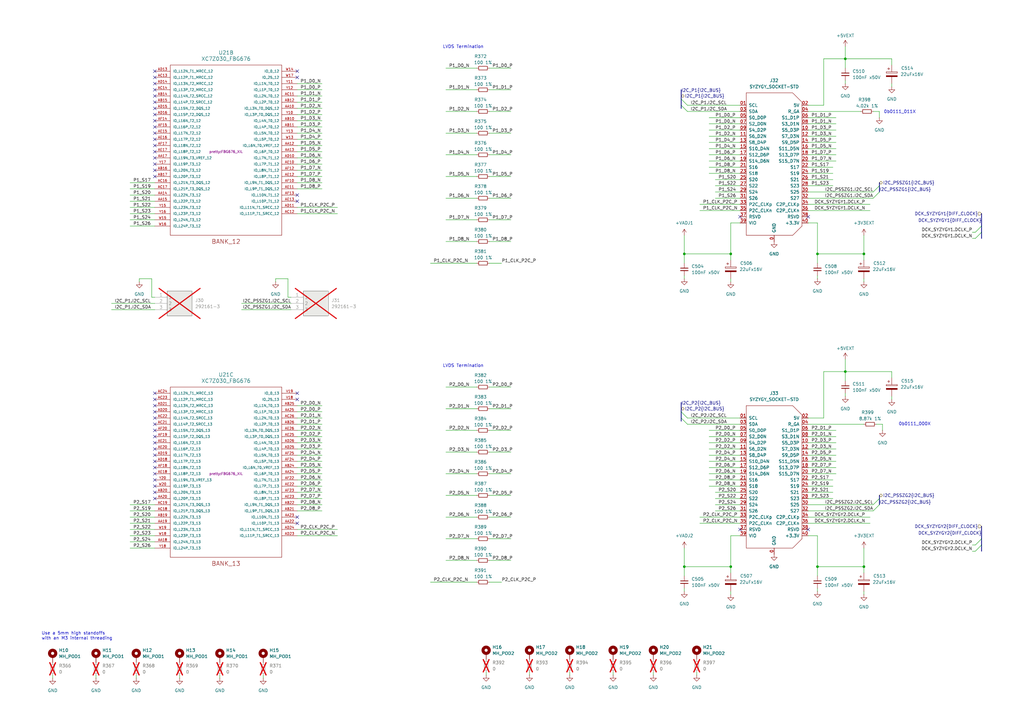
<source format=kicad_sch>
(kicad_sch (version 20231120) (generator "eeschema") (generator_version "8.0")
  (paper "A3")
  (title_block (title "Nasrullah") (date "2024-07-07") (rev "D 0.7.2") (company "Relcotek") (comment 2 "(c) Relcotek 2024") (comment 3 "Author: Nazim Aghabayov") (comment 4 "SYZYGY Carrier Mainboard"))
  (lib_symbols
    (symbol "292161-3:292161-3"
      (property "Reference" "J" (at 16.51 7.62 0))
      (property "Value" "292161-3" (at 16.51 5.08 0))
      (symbol "292161-3_1_1"
        (pin passive line (at 0 0 0) (length 5.08) (name "1") (number "1"))
        (pin passive line (at 0 -2.54 0) (length 5.08) (name "2") (number "2"))
        (pin passive line (at 0 -5.08 0) (length 5.08) (name "3") (number "3"))
      )
    )
    (symbol "Device:C_Polarized" (pin_numbers hide) (pin_names (offset 0.254))
      (property "Reference" "C" (at 0.635 2.54 0))
      (property "Value" "C_Polarized" (at 0.635 -2.54 0))
      (symbol "C_Polarized_1_1"
        (pin passive line (at 0 3.81 270) (length 2.794) (name "~") (number "1"))
        (pin passive line (at 0 -3.81 90) (length 2.794) (name "~") (number "2"))
      )
    )
    (symbol "Device:C_Small" (pin_numbers hide) (pin_names (offset 0.254) hide)
      (property "Reference" "C" (at 0.254 1.778 0))
      (property "Value" "C_Small" (at 0.254 -2.032 0))
      (symbol "C_Small_1_1"
        (pin passive line (at 0 2.54 270) (length 2.032) (name "~") (number "1"))
        (pin passive line (at 0 -2.54 90) (length 2.032) (name "~") (number "2"))
      )
    )
    (symbol "Device:R_Small" (pin_numbers hide) (pin_names (offset 0.254) hide)
      (property "Reference" "R" (at 0.762 0.508 0))
      (property "Value" "R_Small" (at 0.762 -1.016 0))
      (symbol "R_Small_1_1"
        (pin passive line (at 0 2.54 270) (length 0.762) (name "~") (number "1"))
        (pin passive line (at 0 -2.54 90) (length 0.762) (name "~") (number "2"))
      )
    )
    (symbol "GPWR3V3EXT:+3V3EXT" (power) (pin_names (offset 0))
      (property "Value" "+3V3EXT" (at 0 3.556 0))
      (symbol "+3V3EXT_1_1"
        (pin power_in line (at 0 0 90) (length 0) hide (name "+3V3EXT") (number "1"))
      )
    )
    (symbol "GPWR5VEXT:+5VEXT" (power) (pin_names (offset 0))
      (property "Value" "+5VEXT" (at 0 3.556 0))
      (symbol "+5VEXT_1_1"
        (pin power_in line (at 0 0 90) (length 0) hide (name "+5VEXT") (number "1"))
      )
    )
    (symbol "GPWRVADJ:+VADJ" (power) (pin_names (offset 0))
      (property "Value" "+VADJ" (at 0 5.334 0))
      (symbol "+VADJ_1_1"
        (pin power_in line (at 0 0 90) (length 0) hide (name "+VADJ") (number "1"))
      )
    )
    (symbol "Mechanical:MountingHole_Pad" (pin_numbers hide) (pin_names (offset 1.016) hide) (exclude_from_sim yes) (in_bom no)
      (property "Reference" "H" (at 0 6.35 0))
      (property "Value" "MountingHole_Pad" (at 0 4.445 0))
      (symbol "MountingHole_Pad_1_1"
        (pin input line (at 0 -2.54 90) (length 2.54) (name "1") (number "1"))
      )
    )
    (symbol "SYZYGY-SOCKET-STD:SYZYGY_SOCKET_STD" (pin_names (offset 1.016))
      (property "Reference" "J32" (at 0 31.75 0))
      (property "Value" "SYZYGY_SOCKET-STD" (at 0 29.21 0))
      (symbol "SYZYGY_SOCKET_STD_1_1"
        (pin passive line (at 0 -34.29 90) (length 2.54) (name "GND") (number "0"))
        (pin passive line (at -13.97 21.59 0) (length 2.54) (name "SCL") (number "01"))
        (pin power_out line (at 13.97 21.59 180) (length 2.54) (name "5V") (number "02"))
        (pin passive line (at -13.97 19.05 0) (length 2.54) (name "SDA") (number "03"))
        (pin passive line (at 13.97 19.05 180) (length 2.54) (name "R_GA") (number "04"))
        (pin passive line (at -13.97 16.51 0) (length 2.54) (name "S0_D0P") (number "05"))
        (pin passive line (at 13.97 16.51 180) (length 2.54) (name "S1_D1P") (number "06"))
        (pin passive line (at -13.97 13.97 0) (length 2.54) (name "S2_D0N") (number "07"))
        (pin passive line (at 13.97 13.97 180) (length 2.54) (name "S3_D1N") (number "08"))
        (pin passive line (at -13.97 11.43 0) (length 2.54) (name "S4_D2P") (number "09"))
        (pin passive line (at 13.97 11.43 180) (length 2.54) (name "S5_D3P") (number "10"))
        (pin passive line (at -13.97 8.89 0) (length 2.54) (name "S6_D2N") (number "11"))
        (pin passive line (at 13.97 8.89 180) (length 2.54) (name "S7_D3N") (number "12"))
        (pin passive line (at -13.97 6.35 0) (length 2.54) (name "S8_D4P") (number "13"))
        (pin passive line (at 13.97 6.35 180) (length 2.54) (name "S9_D5P") (number "14"))
        (pin passive line (at -13.97 3.81 0) (length 2.54) (name "S10_D4N") (number "15"))
        (pin passive line (at 13.97 3.81 180) (length 2.54) (name "S11_D5N") (number "16"))
        (pin passive line (at -13.97 1.27 0) (length 2.54) (name "S12_D6P") (number "17"))
        (pin passive line (at 13.97 1.27 180) (length 2.54) (name "S13_D7P") (number "18"))
        (pin passive line (at -13.97 -1.27 0) (length 2.54) (name "S14_D6N") (number "19"))
        (pin passive line (at 13.97 -1.27 180) (length 2.54) (name "S15_D7N") (number "20"))
        (pin passive line (at -13.97 -3.81 0) (length 2.54) (name "S16") (number "21"))
        (pin passive line (at 13.97 -3.81 180) (length 2.54) (name "S17") (number "22"))
        (pin passive line (at -13.97 -6.35 0) (length 2.54) (name "S18") (number "23"))
        (pin passive line (at 13.97 -6.35 180) (length 2.54) (name "S19") (number "24"))
        (pin passive line (at -13.97 -8.89 0) (length 2.54) (name "S20") (number "25"))
        (pin passive line (at 13.97 -8.89 180) (length 2.54) (name "S21") (number "26"))
        (pin passive line (at -13.97 -11.43 0) (length 2.54) (name "S22") (number "27"))
        (pin passive line (at 13.97 -11.43 180) (length 2.54) (name "S23") (number "28"))
        (pin passive line (at -13.97 -13.97 0) (length 2.54) (name "S24") (number "29"))
        (pin passive line (at 13.97 -13.97 180) (length 2.54) (name "S25") (number "30"))
        (pin passive line (at -13.97 -16.51 0) (length 2.54) (name "S26") (number "31"))
        (pin passive line (at 13.97 -16.51 180) (length 2.54) (name "S27") (number "32"))
        (pin passive line (at -13.97 -19.05 0) (length 2.54) (name "P2C_CLKp") (number "33"))
        (pin passive line (at 13.97 -19.05 180) (length 2.54) (name "C2P_CLKp") (number "34"))
        (pin passive line (at -13.97 -21.59 0) (length 2.54) (name "P2C_CLKn") (number "35"))
        (pin passive line (at 13.97 -21.59 180) (length 2.54) (name "C2P_CLKn") (number "36"))
        (pin passive line (at -13.97 -24.13 0) (length 2.54) (name "RSVD") (number "37"))
        (pin passive line (at 13.97 -24.13 180) (length 2.54) (name "RSVD") (number "38"))
        (pin power_out line (at -13.97 -26.67 0) (length 2.54) (name "VIO") (number "39"))
        (pin power_out line (at 13.97 -26.67 180) (length 2.54) (name "+3.3V") (number "40"))
      )
    )
    (symbol "SYZYGY_SOCKET_STD_1" (pin_names (offset 1.016))
      (property "Reference" "J32" (at 0 31.75 0))
      (property "Value" "SYZYGY_SOCKET-STD" (at 0 29.21 0))
      (symbol "SYZYGY_SOCKET_STD_1_1_1"
        (pin passive line (at 0 -34.29 90) (length 2.54) (name "GND") (number "0"))
        (pin passive line (at -13.97 21.59 0) (length 2.54) (name "SCL") (number "01"))
        (pin power_out line (at 13.97 21.59 180) (length 2.54) (name "5V") (number "02"))
        (pin passive line (at -13.97 19.05 0) (length 2.54) (name "SDA") (number "03"))
        (pin passive line (at 13.97 19.05 180) (length 2.54) (name "R_GA") (number "04"))
        (pin passive line (at -13.97 16.51 0) (length 2.54) (name "S0_D0P") (number "05"))
        (pin passive line (at 13.97 16.51 180) (length 2.54) (name "S1_D1P") (number "06"))
        (pin passive line (at -13.97 13.97 0) (length 2.54) (name "S2_D0N") (number "07"))
        (pin passive line (at 13.97 13.97 180) (length 2.54) (name "S3_D1N") (number "08"))
        (pin passive line (at -13.97 11.43 0) (length 2.54) (name "S4_D2P") (number "09"))
        (pin passive line (at 13.97 11.43 180) (length 2.54) (name "S5_D3P") (number "10"))
        (pin passive line (at -13.97 8.89 0) (length 2.54) (name "S6_D2N") (number "11"))
        (pin passive line (at 13.97 8.89 180) (length 2.54) (name "S7_D3N") (number "12"))
        (pin passive line (at -13.97 6.35 0) (length 2.54) (name "S8_D4P") (number "13"))
        (pin passive line (at 13.97 6.35 180) (length 2.54) (name "S9_D5P") (number "14"))
        (pin passive line (at -13.97 3.81 0) (length 2.54) (name "S10_D4N") (number "15"))
        (pin passive line (at 13.97 3.81 180) (length 2.54) (name "S11_D5N") (number "16"))
        (pin passive line (at -13.97 1.27 0) (length 2.54) (name "S12_D6P") (number "17"))
        (pin passive line (at 13.97 1.27 180) (length 2.54) (name "S13_D7P") (number "18"))
        (pin passive line (at -13.97 -1.27 0) (length 2.54) (name "S14_D6N") (number "19"))
        (pin passive line (at 13.97 -1.27 180) (length 2.54) (name "S15_D7N") (number "20"))
        (pin passive line (at -13.97 -3.81 0) (length 2.54) (name "S16") (number "21"))
        (pin passive line (at 13.97 -3.81 180) (length 2.54) (name "S17") (number "22"))
        (pin passive line (at -13.97 -6.35 0) (length 2.54) (name "S18") (number "23"))
        (pin passive line (at 13.97 -6.35 180) (length 2.54) (name "S19") (number "24"))
        (pin passive line (at -13.97 -8.89 0) (length 2.54) (name "S20") (number "25"))
        (pin passive line (at 13.97 -8.89 180) (length 2.54) (name "S21") (number "26"))
        (pin passive line (at -13.97 -11.43 0) (length 2.54) (name "S22") (number "27"))
        (pin passive line (at 13.97 -11.43 180) (length 2.54) (name "S23") (number "28"))
        (pin passive line (at -13.97 -13.97 0) (length 2.54) (name "S24") (number "29"))
        (pin passive line (at 13.97 -13.97 180) (length 2.54) (name "S25") (number "30"))
        (pin passive line (at -13.97 -16.51 0) (length 2.54) (name "S26") (number "31"))
        (pin passive line (at 13.97 -16.51 180) (length 2.54) (name "S27") (number "32"))
        (pin passive line (at -13.97 -19.05 0) (length 2.54) (name "P2C_CLKp") (number "33"))
        (pin passive line (at 13.97 -19.05 180) (length 2.54) (name "C2P_CLKp") (number "34"))
        (pin passive line (at -13.97 -21.59 0) (length 2.54) (name "P2C_CLKn") (number "35"))
        (pin passive line (at 13.97 -21.59 180) (length 2.54) (name "C2P_CLKn") (number "36"))
        (pin passive line (at -13.97 -24.13 0) (length 2.54) (name "RSVD") (number "37"))
        (pin passive line (at 13.97 -24.13 180) (length 2.54) (name "RSVD") (number "38"))
        (pin power_out line (at -13.97 -26.67 0) (length 2.54) (name "VIO") (number "39"))
        (pin power_out line (at 13.97 -26.67 180) (length 2.54) (name "+3.3V") (number "40"))
      )
    )
    (symbol "XC7Z030_FBG676:XC7Z030_FBG676" (pin_names (offset 1.016))
      (property "Reference" "U" (at 0 2.54 0))
      (property "Value" "XC7Z030_FBG676" (at 0 0 0))
      (symbol "XC7Z030_FBG676_1_0"
        (text "BANK_0" (at 0 -38.1 0) (effects (font (size 1.778 1.778))))
      )
      (symbol "XC7Z030_FBG676_1_1"
        (pin power_in line (at 29.21 3.81 180) (length 6.35) (name "GNDADC_0") (number "M13"))
        (pin power_in line (at 29.21 -19.05 180) (length 6.35) (name "VCCADC_0") (number "M14"))
        (pin input line (at 29.21 -29.21 180) (length 6.35) (name "VREFN_0") (number "N13"))
        (pin input line (at 29.21 -26.67 180) (length 6.35) (name "VP_0") (number "N14"))
        (pin input line (at 29.21 -24.13 180) (length 6.35) (name "VN_0") (number "P13"))
        (pin input line (at 29.21 -31.75 180) (length 6.35) (name "VREFP_0") (number "P14"))
        (pin input line (at 29.21 8.89 180) (length 6.35) (name "DXN_0") (number "R13"))
        (pin input line (at 29.21 6.35 180) (length 6.35) (name "DXP_0") (number "R14"))
        (pin bidirectional line (at -29.21 13.97 0) (length 6.35) (name "INIT_B_0") (number "R8"))
        (pin input line (at 29.21 13.97 180) (length 6.35) (name "CFGBVS_0") (number "T7"))
        (pin power_in line (at 29.21 -6.35 180) (length 6.35) (name "RSVDVCC3") (number "U8"))
        (pin input line (at 29.21 -11.43 180) (length 6.35) (name "TDI_0") (number "V11"))
        (pin power_in line (at 29.21 1.27 180) (length 6.35) (name "RSVDGND") (number "V13"))
        (pin power_in line (at 29.21 -21.59 180) (length 6.35) (name "VCCBATT_0") (number "V15"))
        (pin power_in line (at 29.21 -3.81 180) (length 6.35) (name "RSVDVCC2") (number "V8"))
        (pin input line (at -29.21 11.43 0) (length 6.35) (name "PROGRAM_B_0") (number "V9"))
        (pin output line (at 29.21 -13.97 180) (length 6.35) (name "TDO_0") (number "W10"))
        (pin input line (at 29.21 -16.51 180) (length 6.35) (name "TMS_0") (number "W11"))
        (pin input line (at 29.21 -8.89 180) (length 6.35) (name "TCK_0") (number "W12"))
        (pin power_in line (at 29.21 -1.27 180) (length 6.35) (name "RSVDVCC1") (number "W8"))
        (pin bidirectional line (at 29.21 11.43 180) (length 6.35) (name "DONE_0") (number "W9"))
      )
      (symbol "XC7Z030_FBG676_2_0"
        (text "BANK_12" (at 0 -36.83 0) (effects (font (size 1.778 1.778))))
      )
      (symbol "XC7Z030_FBG676_2_1"
        (pin bidirectional line (at 29.21 17.78 180) (length 6.35) (name "IO_L3N_T0_DQS_12") (number "AA10"))
        (pin bidirectional line (at 29.21 2.54 180) (length 6.35) (name "IO_L6N_T0_VREF_12") (number "AA12"))
        (pin bidirectional line (at 29.21 0 180) (length 6.35) (name "IO_L6P_T0_12") (number "AA13"))
        (pin bidirectional line (at -29.21 -17.78 0) (length 6.35) (name "IO_L22N_T3_12") (number "AA14"))
        (pin bidirectional line (at -29.21 -20.32 0) (length 6.35) (name "IO_L22P_T3_12") (number "AA15"))
        (pin bidirectional line (at -29.21 -2.54 0) (length 6.35) (name "IO_L19N_T3_VREF_12") (number "AA17"))
        (pin bidirectional line (at 29.21 12.7 180) (length 6.35) (name "IO_L4N_T0_12") (number "AB10"))
        (pin bidirectional line (at 29.21 10.16 180) (length 6.35) (name "IO_L4P_T0_12") (number "AB11"))
        (pin bidirectional line (at 29.21 20.32 180) (length 6.35) (name "IO_L2P_T0_12") (number "AB12"))
        (pin bidirectional line (at -29.21 22.86 0) (length 6.35) (name "IO_L14N_T2_SRCC_12") (number "AB14"))
        (pin bidirectional line (at -29.21 20.32 0) (length 6.35) (name "IO_L14P_T2_SRCC_12") (number "AB15"))
        (pin bidirectional line (at -29.21 -7.62 0) (length 6.35) (name "IO_L20N_T3_12") (number "AB16"))
        (pin bidirectional line (at -29.21 -10.16 0) (length 6.35) (name "IO_L20P_T3_12") (number "AB17"))
        (pin bidirectional line (at 29.21 22.86 180) (length 6.35) (name "IO_L2N_T0_12") (number "AC11"))
        (pin bidirectional line (at 29.21 -25.4 180) (length 6.35) (name "IO_L11P_T1_SRCC_12") (number "AC12"))
        (pin bidirectional line (at -29.21 30.48 0) (length 6.35) (name "IO_L12P_T1_MRCC_12") (number "AC13"))
        (pin bidirectional line (at -29.21 25.4 0) (length 6.35) (name "IO_L13P_T2_MRCC_12") (number "AC14"))
        (pin bidirectional line (at -29.21 -12.7 0) (length 6.35) (name "IO_L21N_T3_DQS_12") (number "AC16"))
        (pin bidirectional line (at -29.21 -15.24 0) (length 6.35) (name "IO_L21P_T3_DQS_12") (number "AC17"))
        (pin bidirectional line (at 29.21 -2.54 180) (length 6.35) (name "IO_L7N_T1_12") (number "AD10"))
        (pin bidirectional line (at 29.21 -22.86 180) (length 6.35) (name "IO_L11N_T1_SRCC_12") (number "AD11"))
        (pin bidirectional line (at -29.21 33.02 0) (length 6.35) (name "IO_L12N_T1_MRCC_12") (number "AD13"))
        (pin bidirectional line (at -29.21 27.94 0) (length 6.35) (name "IO_L13N_T2_MRCC_12") (number "AD14"))
        (pin bidirectional line (at -29.21 17.78 0) (length 6.35) (name "IO_L15N_T2_DQS_12") (number "AD15"))
        (pin bidirectional line (at -29.21 15.24 0) (length 6.35) (name "IO_L15P_T2_DQS_12") (number "AD16"))
        (pin bidirectional line (at 29.21 -5.08 180) (length 6.35) (name "IO_L7P_T1_12") (number "AE10"))
        (pin bidirectional line (at 29.21 -15.24 180) (length 6.35) (name "IO_L9P_T1_DQS_12") (number "AE11"))
        (pin bidirectional line (at 29.21 -10.16 180) (length 6.35) (name "IO_L8P_T1_12") (number "AE12"))
        (pin bidirectional line (at 29.21 -20.32 180) (length 6.35) (name "IO_L10P_T1_12") (number "AE13"))
        (pin bidirectional line (at -29.21 7.62 0) (length 6.35) (name "IO_L17N_T2_12") (number "AE15"))
        (pin bidirectional line (at -29.21 5.08 0) (length 6.35) (name "IO_L17P_T2_12") (number "AE16"))
        (pin bidirectional line (at -29.21 0 0) (length 6.35) (name "IO_L18P_T2_12") (number "AE17"))
        (pin bidirectional line (at 29.21 -12.7 180) (length 6.35) (name "IO_L9N_T1_DQS_12") (number "AF10"))
        (pin bidirectional line (at 29.21 -7.62 180) (length 6.35) (name "IO_L8N_T1_12") (number "AF12"))
        (pin bidirectional line (at 29.21 -17.78 180) (length 6.35) (name "IO_L10N_T1_12") (number "AF13"))
        (pin bidirectional line (at -29.21 12.7 0) (length 6.35) (name "IO_L16N_T2_12") (number "AF14"))
        (pin bidirectional line (at -29.21 10.16 0) (length 6.35) (name "IO_L16P_T2_12") (number "AF15"))
        (pin bidirectional line (at -29.21 2.54 0) (length 6.35) (name "IO_L18N_T2_12") (number "AF17"))
        (pin bidirectional line (at 29.21 5.08 180) (length 6.35) (name "IO_L5P_T0_12") (number "W13"))
        (pin bidirectional line (at 29.21 33.02 180) (length 6.35) (name "IO_0_12") (number "W14"))
        (pin bidirectional line (at -29.21 -27.94 0) (length 6.35) (name "IO_L24N_T3_12") (number "W15"))
        (pin bidirectional line (at -29.21 -30.48 0) (length 6.35) (name "IO_L24P_T3_12") (number "W16"))
        (pin bidirectional line (at 29.21 30.48 180) (length 6.35) (name "IO_25_12") (number "W17"))
        (pin bidirectional line (at 29.21 15.24 180) (length 6.35) (name "IO_L3P_T0_DQS_12") (number "Y10"))
        (pin bidirectional line (at 29.21 27.94 180) (length 6.35) (name "IO_L1N_T0_12") (number "Y11"))
        (pin bidirectional line (at 29.21 25.4 180) (length 6.35) (name "IO_L1P_T0_12") (number "Y12"))
        (pin bidirectional line (at 29.21 7.62 180) (length 6.35) (name "IO_L5N_T0_12") (number "Y13"))
        (pin bidirectional line (at -29.21 -22.86 0) (length 6.35) (name "IO_L23N_T3_12") (number "Y15"))
        (pin bidirectional line (at -29.21 -25.4 0) (length 6.35) (name "IO_L23P_T3_12") (number "Y16"))
        (pin bidirectional line (at -29.21 -5.08 0) (length 6.35) (name "IO_L19P_T3_12") (number "Y17"))
      )
      (symbol "XC7Z030_FBG676_3_0"
        (text "BANK_13" (at 0 -36.83 0) (effects (font (size 1.778 1.778))))
      )
      (symbol "XC7Z030_FBG676_3_1"
        (pin bidirectional line (at -29.21 -27.94 0) (length 6.35) (name "IO_L24N_T3_13") (number "AA18"))
        (pin bidirectional line (at -29.21 -20.32 0) (length 6.35) (name "IO_L22P_T3_13") (number "AA19"))
        (pin bidirectional line (at -29.21 -10.16 0) (length 6.35) (name "IO_L20P_T3_13") (number "AA20"))
        (pin bidirectional line (at 29.21 -20.32 180) (length 6.35) (name "IO_L10P_T1_13") (number "AA22"))
        (pin bidirectional line (at 29.21 -17.78 180) (length 6.35) (name "IO_L10N_T1_13") (number "AA23"))
        (pin bidirectional line (at 29.21 0 180) (length 6.35) (name "IO_L6P_T0_13") (number "AA24"))
        (pin bidirectional line (at 29.21 25.4 180) (length 6.35) (name "IO_L1P_T0_13") (number "AA25"))
        (pin bidirectional line (at -29.21 -17.78 0) (length 6.35) (name "IO_L22N_T3_13") (number "AB19"))
        (pin bidirectional line (at -29.21 -7.62 0) (length 6.35) (name "IO_L20N_T3_13") (number "AB20"))
        (pin bidirectional line (at 29.21 -15.24 180) (length 6.35) (name "IO_L9P_T1_DQS_13") (number "AB21"))
        (pin bidirectional line (at 29.21 -12.7 180) (length 6.35) (name "IO_L9N_T1_DQS_13") (number "AB22"))
        (pin bidirectional line (at 29.21 2.54 180) (length 6.35) (name "IO_L6N_T0_VREF_13") (number "AB24"))
        (pin bidirectional line (at 29.21 27.94 180) (length 6.35) (name "IO_L1N_T0_13") (number "AB25"))
        (pin bidirectional line (at 29.21 20.32 180) (length 6.35) (name "IO_L2P_T0_13") (number "AB26"))
        (pin bidirectional line (at -29.21 -15.24 0) (length 6.35) (name "IO_L21P_T3_DQS_13") (number "AC18"))
        (pin bidirectional line (at -29.21 -12.7 0) (length 6.35) (name "IO_L21N_T3_DQS_13") (number "AC19"))
        (pin bidirectional line (at -29.21 20.32 0) (length 6.35) (name "IO_L14P_T2_SRCC_13") (number "AC21"))
        (pin bidirectional line (at -29.21 22.86 0) (length 6.35) (name "IO_L14N_T2_SRCC_13") (number "AC22"))
        (pin bidirectional line (at -29.21 30.48 0) (length 6.35) (name "IO_L12P_T1_MRCC_13") (number "AC23"))
        (pin bidirectional line (at -29.21 33.02 0) (length 6.35) (name "IO_L12N_T1_MRCC_13") (number "AC24"))
        (pin bidirectional line (at 29.21 22.86 180) (length 6.35) (name "IO_L2N_T0_13") (number "AC26"))
        (pin bidirectional line (at -29.21 5.08 0) (length 6.35) (name "IO_L17P_T2_13") (number "AD18"))
        (pin bidirectional line (at -29.21 7.62 0) (length 6.35) (name "IO_L17N_T2_13") (number "AD19"))
        (pin bidirectional line (at -29.21 25.4 0) (length 6.35) (name "IO_L13P_T2_MRCC_13") (number "AD20"))
        (pin bidirectional line (at -29.21 27.94 0) (length 6.35) (name "IO_L13N_T2_MRCC_13") (number "AD21"))
        (pin bidirectional line (at 29.21 -25.4 180) (length 6.35) (name "IO_L11P_T1_SRCC_13") (number "AD23"))
        (pin bidirectional line (at 29.21 -22.86 180) (length 6.35) (name "IO_L11N_T1_SRCC_13") (number "AD24"))
        (pin bidirectional line (at 29.21 10.16 180) (length 6.35) (name "IO_L4P_T0_13") (number "AD25"))
        (pin bidirectional line (at 29.21 12.7 180) (length 6.35) (name "IO_L4N_T0_13") (number "AD26"))
        (pin bidirectional line (at -29.21 0 0) (length 6.35) (name "IO_L18P_T2_13") (number "AE18"))
        (pin bidirectional line (at -29.21 10.16 0) (length 6.35) (name "IO_L16P_T2_13") (number "AE20"))
        (pin bidirectional line (at -29.21 12.7 0) (length 6.35) (name "IO_L16N_T2_13") (number "AE21"))
        (pin bidirectional line (at 29.21 -5.08 180) (length 6.35) (name "IO_L7P_T1_13") (number "AE22"))
        (pin bidirectional line (at 29.21 -10.16 180) (length 6.35) (name "IO_L8P_T1_13") (number "AE23"))
        (pin bidirectional line (at 29.21 15.24 180) (length 6.35) (name "IO_L3P_T0_DQS_13") (number "AE25"))
        (pin bidirectional line (at 29.21 17.78 180) (length 6.35) (name "IO_L3N_T0_DQS_13") (number "AE26"))
        (pin bidirectional line (at -29.21 2.54 0) (length 6.35) (name "IO_L18N_T2_13") (number "AF18"))
        (pin bidirectional line (at -29.21 15.24 0) (length 6.35) (name "IO_L15P_T2_DQS_13") (number "AF19"))
        (pin bidirectional line (at -29.21 17.78 0) (length 6.35) (name "IO_L15N_T2_DQS_13") (number "AF20"))
        (pin bidirectional line (at 29.21 -2.54 180) (length 6.35) (name "IO_L7N_T1_13") (number "AF22"))
        (pin bidirectional line (at 29.21 -7.62 180) (length 6.35) (name "IO_L8N_T1_13") (number "AF23"))
        (pin bidirectional line (at 29.21 5.08 180) (length 6.35) (name "IO_L5P_T0_13") (number "AF24"))
        (pin bidirectional line (at 29.21 7.62 180) (length 6.35) (name "IO_L5N_T0_13") (number "AF25"))
        (pin bidirectional line (at 29.21 30.48 180) (length 6.35) (name "IO_25_13") (number "V18"))
        (pin bidirectional line (at 29.21 33.02 180) (length 6.35) (name "IO_0_13") (number "V19"))
        (pin bidirectional line (at -29.21 -25.4 0) (length 6.35) (name "IO_L23P_T3_13") (number "W18"))
        (pin bidirectional line (at -29.21 -22.86 0) (length 6.35) (name "IO_L23N_T3_13") (number "W19"))
        (pin bidirectional line (at -29.21 -5.08 0) (length 6.35) (name "IO_L19P_T3_13") (number "W20"))
        (pin bidirectional line (at -29.21 -30.48 0) (length 6.35) (name "IO_L24P_T3_13") (number "Y18"))
        (pin bidirectional line (at -29.21 -2.54 0) (length 6.35) (name "IO_L19N_T3_VREF_13") (number "Y20"))
      )
      (symbol "XC7Z030_FBG676_4_0"
        (text "BANK_33" (at 0 -36.83 0) (effects (font (size 1.778 1.778))))
      )
      (symbol "XC7Z030_FBG676_4_1"
        (pin bidirectional line (at 29.21 12.7 180) (length 6.35) (name "IO_L4N_T0_33") (number "C1"))
        (pin bidirectional line (at 29.21 10.16 180) (length 6.35) (name "IO_L4P_T0_33") (number "D1"))
        (pin bidirectional line (at 29.21 22.86 180) (length 6.35) (name "IO_L2N_T0_33") (number "D3"))
        (pin bidirectional line (at 29.21 20.32 180) (length 6.35) (name "IO_L2P_T0_33") (number "D4"))
        (pin bidirectional line (at 29.21 7.62 180) (length 6.35) (name "IO_L5N_T0_33") (number "E1"))
        (pin bidirectional line (at 29.21 5.08 180) (length 6.35) (name "IO_L5P_T0_33") (number "E2"))
        (pin bidirectional line (at 29.21 2.54 180) (length 6.35) (name "IO_L6N_T0_VREF_33") (number "E3"))
        (pin bidirectional line (at 29.21 17.78 180) (length 6.35) (name "IO_L3N_T0_DQS_33") (number "F2"))
        (pin bidirectional line (at 29.21 0 180) (length 6.35) (name "IO_L6P_T0_33") (number "F3"))
        (pin bidirectional line (at 29.21 27.94 180) (length 6.35) (name "IO_L1N_T0_33") (number "F4"))
        (pin bidirectional line (at 29.21 -17.78 180) (length 6.35) (name "IO_L10N_T1_33") (number "G1"))
        (pin bidirectional line (at 29.21 15.24 180) (length 6.35) (name "IO_L3P_T0_DQS_33") (number "G2"))
        (pin bidirectional line (at 29.21 25.4 180) (length 6.35) (name "IO_L1P_T0_33") (number "G4"))
        (pin bidirectional line (at 29.21 -2.54 180) (length 6.35) (name "IO_L7N_T1_33") (number "H1"))
        (pin bidirectional line (at 29.21 -20.32 180) (length 6.35) (name "IO_L10P_T1_33") (number "H2"))
        (pin bidirectional line (at 29.21 -7.62 180) (length 6.35) (name "IO_L8N_T1_33") (number "H3"))
        (pin bidirectional line (at 29.21 -10.16 180) (length 6.35) (name "IO_L8P_T1_33") (number "H4"))
        (pin bidirectional line (at 29.21 -5.08 180) (length 6.35) (name "IO_L7P_T1_33") (number "J1"))
        (pin bidirectional line (at -29.21 33.02 0) (length 6.35) (name "IO_L12N_T1_MRCC_33") (number "J3"))
        (pin bidirectional line (at -29.21 30.48 0) (length 6.35) (name "IO_L12P_T1_MRCC_33") (number "J4"))
        (pin bidirectional line (at -29.21 -7.62 0) (length 6.35) (name "IO_L20N_T3_33") (number "J5"))
        (pin bidirectional line (at -29.21 -17.78 0) (length 6.35) (name "IO_L22N_T3_33") (number "J6"))
        (pin bidirectional line (at 29.21 -12.7 180) (length 6.35) (name "IO_L9N_T1_DQS_33") (number "K1"))
        (pin bidirectional line (at 29.21 -15.24 180) (length 6.35) (name "IO_L9P_T1_DQS_33") (number "K2"))
        (pin bidirectional line (at 29.21 -22.86 180) (length 6.35) (name "IO_L11N_T1_SRCC_33") (number "K3"))
        (pin bidirectional line (at -29.21 -10.16 0) (length 6.35) (name "IO_L20P_T3_33") (number "K5"))
        (pin bidirectional line (at -29.21 -20.32 0) (length 6.35) (name "IO_L22P_T3_33") (number "K6"))
        (pin bidirectional line (at -29.21 -27.94 0) (length 6.35) (name "IO_L24N_T3_33") (number "K7"))
        (pin bidirectional line (at -29.21 -30.48 0) (length 6.35) (name "IO_L24P_T3_33") (number "K8"))
        (pin bidirectional line (at -29.21 12.7 0) (length 6.35) (name "IO_L16N_T2_33") (number "L2"))
        (pin bidirectional line (at 29.21 -25.4 180) (length 6.35) (name "IO_L11P_T1_SRCC_33") (number "L3"))
        (pin bidirectional line (at -29.21 22.86 0) (length 6.35) (name "IO_L14N_T2_SRCC_33") (number "L4"))
        (pin bidirectional line (at -29.21 20.32 0) (length 6.35) (name "IO_L14P_T2_SRCC_33") (number "L5"))
        (pin bidirectional line (at -29.21 -2.54 0) (length 6.35) (name "IO_L19N_T3_VREF_33") (number "L7"))
        (pin bidirectional line (at -29.21 -12.7 0) (length 6.35) (name "IO_L21N_T3_DQS_33") (number "L8"))
        (pin bidirectional line (at 29.21 33.02 180) (length 6.35) (name "IO_0_VRN_33") (number "L9"))
        (pin bidirectional line (at -29.21 2.54 0) (length 6.35) (name "IO_L18N_T2_33") (number "M1"))
        (pin bidirectional line (at -29.21 10.16 0) (length 6.35) (name "IO_L16P_T2_33") (number "M2"))
        (pin bidirectional line (at -29.21 7.62 0) (length 6.35) (name "IO_L17N_T2_33") (number "M4"))
        (pin bidirectional line (at -29.21 27.94 0) (length 6.35) (name "IO_L13N_T2_MRCC_33") (number "M5"))
        (pin bidirectional line (at -29.21 25.4 0) (length 6.35) (name "IO_L13P_T2_MRCC_33") (number "M6"))
        (pin bidirectional line (at -29.21 -5.08 0) (length 6.35) (name "IO_L19P_T3_33") (number "M7"))
        (pin bidirectional line (at -29.21 -15.24 0) (length 6.35) (name "IO_L21P_T3_DQS_33") (number "M8"))
        (pin bidirectional line (at -29.21 0 0) (length 6.35) (name "IO_L18P_T2_33") (number "N1"))
        (pin bidirectional line (at -29.21 17.78 0) (length 6.35) (name "IO_L15N_T2_DQS_33") (number "N2"))
        (pin bidirectional line (at -29.21 15.24 0) (length 6.35) (name "IO_L15P_T2_DQS_33") (number "N3"))
        (pin bidirectional line (at -29.21 5.08 0) (length 6.35) (name "IO_L17P_T2_33") (number "N4"))
        (pin bidirectional line (at -29.21 -22.86 0) (length 6.35) (name "IO_L23N_T3_33") (number "N6"))
        (pin bidirectional line (at -29.21 -25.4 0) (length 6.35) (name "IO_L23P_T3_33") (number "N7"))
        (pin bidirectional line (at 29.21 30.48 180) (length 6.35) (name "IO_25_VRP_33") (number "N8"))
      )
      (symbol "XC7Z030_FBG676_5_0"
        (text "BANK_34" (at 0 -39.37 0) (effects (font (size 1.778 1.778))))
      )
      (symbol "XC7Z030_FBG676_5_1"
        (pin bidirectional line (at -29.21 10.16 0) (length 6.35) (name "IO_L16N_T2_34") (number "A10"))
        (pin bidirectional line (at -29.21 -30.48 0) (length 6.35) (name "IO_L24N_T3_34") (number "A2"))
        (pin bidirectional line (at -29.21 -20.32 0) (length 6.35) (name "IO_L22N_T3_34") (number "A3"))
        (pin bidirectional line (at -29.21 -22.86 0) (length 6.35) (name "IO_L22P_T3_34") (number "A4"))
        (pin bidirectional line (at -29.21 -15.24 0) (length 6.35) (name "IO_L21N_T3_DQS_34") (number "A5"))
        (pin bidirectional line (at -29.21 0 0) (length 6.35) (name "IO_L18N_T2_34") (number "A7"))
        (pin bidirectional line (at -29.21 5.08 0) (length 6.35) (name "IO_L17N_T2_34") (number "A8"))
        (pin bidirectional line (at -29.21 2.54 0) (length 6.35) (name "IO_L17P_T2_34") (number "A9"))
        (pin bidirectional line (at -29.21 -25.4 0) (length 6.35) (name "IO_L23N_T3_34") (number "B1"))
        (pin bidirectional line (at -29.21 7.62 0) (length 6.35) (name "IO_L16P_T2_34") (number "B10"))
        (pin bidirectional line (at -29.21 -33.02 0) (length 6.35) (name "IO_L24P_T3_34") (number "B2"))
        (pin bidirectional line (at -29.21 -10.16 0) (length 6.35) (name "IO_L20N_T3_34") (number "B4"))
        (pin bidirectional line (at -29.21 -12.7 0) (length 6.35) (name "IO_L20P_T3_34") (number "B5"))
        (pin bidirectional line (at -29.21 -17.78 0) (length 6.35) (name "IO_L21P_T3_DQS_34") (number "B6"))
        (pin bidirectional line (at -29.21 -2.54 0) (length 6.35) (name "IO_L18P_T2_34") (number "B7"))
        (pin bidirectional line (at -29.21 15.24 0) (length 6.35) (name "IO_L15N_T2_DQS_34") (number "B9"))
        (pin bidirectional line (at -29.21 -27.94 0) (length 6.35) (name "IO_L23P_T3_34") (number "C2"))
        (pin bidirectional line (at -29.21 -5.08 0) (length 6.35) (name "IO_L19N_T3_VREF_34") (number "C3"))
        (pin bidirectional line (at -29.21 -7.62 0) (length 6.35) (name "IO_L19P_T3_34") (number "C4"))
        (pin bidirectional line (at -29.21 20.32 0) (length 6.35) (name "IO_L14N_T2_SRCC_34") (number "C6"))
        (pin bidirectional line (at -29.21 25.4 0) (length 6.35) (name "IO_L13N_T2_MRCC_34") (number "C7"))
        (pin bidirectional line (at -29.21 22.86 0) (length 6.35) (name "IO_L13P_T2_MRCC_34") (number "C8"))
        (pin bidirectional line (at -29.21 12.7 0) (length 6.35) (name "IO_L15P_T2_DQS_34") (number "C9"))
        (pin bidirectional line (at 29.21 -15.24 180) (length 6.35) (name "IO_L10N_T1_34") (number "D5"))
        (pin bidirectional line (at -29.21 17.78 0) (length 6.35) (name "IO_L14P_T2_SRCC_34") (number "D6"))
        (pin bidirectional line (at 29.21 -5.08 180) (length 6.35) (name "IO_L8N_T1_34") (number "D8"))
        (pin bidirectional line (at 29.21 -7.62 180) (length 6.35) (name "IO_L8P_T1_34") (number "D9"))
        (pin bidirectional line (at 29.21 0 180) (length 6.35) (name "IO_L7N_T1_34") (number "E5"))
        (pin bidirectional line (at 29.21 -17.78 180) (length 6.35) (name "IO_L10P_T1_34") (number "E6"))
        (pin bidirectional line (at 29.21 -20.32 180) (length 6.35) (name "IO_L11N_T1_SRCC_34") (number "E7"))
        (pin bidirectional line (at 29.21 -10.16 180) (length 6.35) (name "IO_L9N_T1_DQS_34") (number "E8"))
        (pin bidirectional line (at 29.21 -2.54 180) (length 6.35) (name "IO_L7P_T1_34") (number "F5"))
        (pin bidirectional line (at -29.21 30.48 0) (length 6.35) (name "IO_L12N_T1_MRCC_34") (number "F7"))
        (pin bidirectional line (at 29.21 -22.86 180) (length 6.35) (name "IO_L11P_T1_SRCC_34") (number "F8"))
        (pin bidirectional line (at 29.21 -12.7 180) (length 6.35) (name "IO_L9P_T1_DQS_34") (number "F9"))
        (pin bidirectional line (at 29.21 22.86 180) (length 6.35) (name "IO_L2N_T0_34") (number "G5"))
        (pin bidirectional line (at 29.21 20.32 180) (length 6.35) (name "IO_L2P_T0_34") (number "G6"))
        (pin bidirectional line (at -29.21 27.94 0) (length 6.35) (name "IO_L12P_T1_MRCC_34") (number "G7"))
        (pin bidirectional line (at 29.21 17.78 180) (length 6.35) (name "IO_L3N_T0_DQS_34") (number "G9"))
        (pin bidirectional line (at 29.21 27.94 180) (length 6.35) (name "IO_L1N_T0_34") (number "H11"))
        (pin bidirectional line (at 29.21 15.24 180) (length 6.35) (name "IO_L4N_T0_34") (number "H6"))
        (pin bidirectional line (at 29.21 12.7 180) (length 6.35) (name "IO_L4P_T0_34") (number "H7"))
        (pin bidirectional line (at 29.21 5.08 180) (length 6.35) (name "IO_L6N_T0_VREF_34") (number "H8"))
        (pin bidirectional line (at -29.21 33.02 0) (length 6.35) (name "IO_L3P_T0_DQS_PUDC_B_34") (number "H9"))
        (pin bidirectional line (at 29.21 7.62 180) (length 6.35) (name "IO_L5P_T0_34") (number "J10"))
        (pin bidirectional line (at 29.21 25.4 180) (length 6.35) (name "IO_L1P_T0_34") (number "J11"))
        (pin bidirectional line (at 29.21 2.54 180) (length 6.35) (name "IO_L6P_T0_34") (number "J8"))
        (pin bidirectional line (at 29.21 10.16 180) (length 6.35) (name "IO_L5N_T0_34") (number "J9"))
        (pin bidirectional line (at 29.21 30.48 180) (length 6.35) (name "IO_25_VRP_34") (number "K10"))
        (pin bidirectional line (at 29.21 33.02 180) (length 6.35) (name "IO_0_VRN_34") (number "K11"))
      )
      (symbol "XC7Z030_FBG676_6_0"
        (text "BANK_35" (at 0 -36.83 0) (effects (font (size 1.778 1.778))))
      )
      (symbol "XC7Z030_FBG676_6_1"
        (pin bidirectional line (at -29.21 -27.94 0) (length 6.35) (name "IO_L24N_T3_AD15N_35") (number "A12"))
        (pin bidirectional line (at -29.21 -30.48 0) (length 6.35) (name "IO_L24P_T3_AD15P_35") (number "A13"))
        (pin bidirectional line (at -29.21 -12.7 0) (length 6.35) (name "IO_L21N_T3_DQS_AD14N_35") (number "A14"))
        (pin bidirectional line (at -29.21 -15.24 0) (length 6.35) (name "IO_L21P_T3_DQS_AD14P_35") (number "A15"))
        (pin bidirectional line (at -29.21 2.54 0) (length 6.35) (name "IO_L18N_T2_AD13N_35") (number "A17"))
        (pin bidirectional line (at -29.21 -22.86 0) (length 6.35) (name "IO_L23N_T3_35") (number "B11"))
        (pin bidirectional line (at -29.21 -17.78 0) (length 6.35) (name "IO_L22N_T3_AD7N_35") (number "B12"))
        (pin bidirectional line (at -29.21 -7.62 0) (length 6.35) (name "IO_L20N_T3_AD6N_35") (number "B14"))
        (pin bidirectional line (at -29.21 7.62 0) (length 6.35) (name "IO_L17N_T2_AD5N_35") (number "B15"))
        (pin bidirectional line (at -29.21 5.08 0) (length 6.35) (name "IO_L17P_T2_AD5P_35") (number "B16"))
        (pin bidirectional line (at -29.21 0 0) (length 6.35) (name "IO_L18P_T2_AD13P_35") (number "B17"))
        (pin bidirectional line (at -29.21 -25.4 0) (length 6.35) (name "IO_L23P_T3_35") (number "C11"))
        (pin bidirectional line (at -29.21 -20.32 0) (length 6.35) (name "IO_L22P_T3_AD7P_35") (number "C12"))
        (pin bidirectional line (at -29.21 -2.54 0) (length 6.35) (name "IO_L19N_T3_VREF_35") (number "C13"))
        (pin bidirectional line (at -29.21 -10.16 0) (length 6.35) (name "IO_L20P_T3_AD6P_35") (number "C14"))
        (pin bidirectional line (at -29.21 17.78 0) (length 6.35) (name "IO_L15N_T2_DQS_AD12N_35") (number "C16"))
        (pin bidirectional line (at -29.21 15.24 0) (length 6.35) (name "IO_L15P_T2_DQS_AD12P_35") (number "C17"))
        (pin bidirectional line (at 29.21 22.86 180) (length 6.35) (name "IO_L2N_T0_AD8N_35") (number "D10"))
        (pin bidirectional line (at 29.21 12.7 180) (length 6.35) (name "IO_L4N_T0_35") (number "D11"))
        (pin bidirectional line (at -29.21 -5.08 0) (length 6.35) (name "IO_L19P_T3_35") (number "D13"))
        (pin bidirectional line (at -29.21 27.94 0) (length 6.35) (name "IO_L13N_T2_MRCC_35") (number "D14"))
        (pin bidirectional line (at -29.21 25.4 0) (length 6.35) (name "IO_L13P_T2_MRCC_35") (number "D15"))
        (pin bidirectional line (at -29.21 12.7 0) (length 6.35) (name "IO_L16N_T2_35") (number "D16"))
        (pin bidirectional line (at 29.21 20.32 180) (length 6.35) (name "IO_L2P_T0_AD8P_35") (number "E10"))
        (pin bidirectional line (at 29.21 10.16 180) (length 6.35) (name "IO_L4P_T0_35") (number "E11"))
        (pin bidirectional line (at 29.21 27.94 180) (length 6.35) (name "IO_L1N_T0_AD0N_35") (number "E12"))
        (pin bidirectional line (at 29.21 2.54 180) (length 6.35) (name "IO_L6N_T0_VREF_35") (number "E13"))
        (pin bidirectional line (at -29.21 22.86 0) (length 6.35) (name "IO_L14N_T2_AD4N_SRCC_35") (number "E15"))
        (pin bidirectional line (at -29.21 10.16 0) (length 6.35) (name "IO_L16P_T2_35") (number "E16"))
        (pin bidirectional line (at 29.21 17.78 180) (length 6.35) (name "IO_L3N_T0_DQS_AD1N_35") (number "F10"))
        (pin bidirectional line (at 29.21 25.4 180) (length 6.35) (name "IO_L1P_T0_AD0P_35") (number "F12"))
        (pin bidirectional line (at 29.21 0 180) (length 6.35) (name "IO_L6P_T0_35") (number "F13"))
        (pin bidirectional line (at 29.21 -22.86 180) (length 6.35) (name "IO_L11N_T1_SRCC_35") (number "F14"))
        (pin bidirectional line (at -29.21 20.32 0) (length 6.35) (name "IO_L14P_T2_AD4P_SRCC_35") (number "F15"))
        (pin bidirectional line (at 29.21 15.24 180) (length 6.35) (name "IO_L3P_T0_DQS_AD1P_35") (number "G10"))
        (pin bidirectional line (at 29.21 7.62 180) (length 6.35) (name "IO_L5N_T0_AD9N_35") (number "G11"))
        (pin bidirectional line (at 29.21 5.08 180) (length 6.35) (name "IO_L5P_T0_AD9P_35") (number "G12"))
        (pin bidirectional line (at 29.21 -25.4 180) (length 6.35) (name "IO_L11P_T1_SRCC_35") (number "G14"))
        (pin bidirectional line (at 29.21 -17.78 180) (length 6.35) (name "IO_L10N_T1_AD11N_35") (number "G15"))
        (pin bidirectional line (at 29.21 -20.32 180) (length 6.35) (name "IO_L10P_T1_AD11P_35") (number "G16"))
        (pin bidirectional line (at 29.21 -2.54 180) (length 6.35) (name "IO_L7N_T1_AD2N_35") (number "H12"))
        (pin bidirectional line (at 29.21 -5.08 180) (length 6.35) (name "IO_L7P_T1_AD2P_35") (number "H13"))
        (pin bidirectional line (at -29.21 33.02 0) (length 6.35) (name "IO_L12N_T1_MRCC_35") (number "H14"))
        (pin bidirectional line (at 29.21 33.02 180) (length 6.35) (name "IO_0_VRN_35") (number "H16"))
        (pin bidirectional line (at 29.21 -7.62 180) (length 6.35) (name "IO_L8N_T1_AD10N_35") (number "J13"))
        (pin bidirectional line (at -29.21 30.48 0) (length 6.35) (name "IO_L12P_T1_MRCC_35") (number "J14"))
        (pin bidirectional line (at 29.21 -12.7 180) (length 6.35) (name "IO_L9N_T1_DQS_AD3N_35") (number "J15"))
        (pin bidirectional line (at 29.21 30.48 180) (length 6.35) (name "IO_25_VRP_35") (number "K12"))
        (pin bidirectional line (at 29.21 -10.16 180) (length 6.35) (name "IO_L8P_T1_AD10P_35") (number "K13"))
        (pin bidirectional line (at 29.21 -15.24 180) (length 6.35) (name "IO_L9P_T1_DQS_AD3P_35") (number "K15"))
      )
      (symbol "XC7Z030_FBG676_7_0"
        (text "BANK_112" (at 0 -31.75 0) (effects (font (size 1.778 1.778))))
      )
      (symbol "XC7Z030_FBG676_7_1"
        (pin output line (at 29.21 7.62 180) (length 6.35) (name "MGTXTXN0_112") (number "AA1"))
        (pin output line (at 29.21 5.08 180) (length 6.35) (name "MGTXTXP0_112") (number "AA2"))
        (pin input line (at -29.21 15.24 0) (length 6.35) (name "MGTXRXN0_112") (number "AB3"))
        (pin input line (at -29.21 12.7 0) (length 6.35) (name "MGTXRXP0_112") (number "AB4"))
        (pin input line (at 29.21 15.24 180) (length 6.35) (name "MGTAVTTRCAL_112") (number "AB7"))
        (pin input line (at 29.21 12.7 180) (length 6.35) (name "MGTRREF_112") (number "AB8"))
        (pin output line (at 29.21 -15.24 180) (length 6.35) (name "MGTXTXN3_112") (number "R1"))
        (pin output line (at 29.21 -17.78 180) (length 6.35) (name "MGTXTXP3_112") (number "R2"))
        (pin input line (at -29.21 -15.24 0) (length 6.35) (name "MGTREFCLK0N_112") (number "R5"))
        (pin input line (at -29.21 -17.78 0) (length 6.35) (name "MGTREFCLK0P_112") (number "R6"))
        (pin input line (at -29.21 -7.62 0) (length 6.35) (name "MGTXRXN3_112") (number "T3"))
        (pin input line (at -29.21 -10.16 0) (length 6.35) (name "MGTXRXP3_112") (number "T4"))
        (pin output line (at 29.21 -7.62 180) (length 6.35) (name "MGTXTXN2_112") (number "U1"))
        (pin output line (at 29.21 -10.16 180) (length 6.35) (name "MGTXTXP2_112") (number "U2"))
        (pin input line (at 29.21 -22.86 180) (length 6.35) (name "MGTREFCLK1N_112") (number "U5"))
        (pin input line (at 29.21 -25.4 180) (length 6.35) (name "MGTREFCLK1P_112") (number "U6"))
        (pin input line (at -29.21 0 0) (length 6.35) (name "MGTXRXN2_112") (number "V3"))
        (pin input line (at -29.21 -2.54 0) (length 6.35) (name "MGTXRXP2_112") (number "V4"))
        (pin output line (at 29.21 0 180) (length 6.35) (name "MGTXTXN1_112") (number "W1"))
        (pin output line (at 29.21 -2.54 180) (length 6.35) (name "MGTXTXP1_112") (number "W2"))
        (pin input line (at -29.21 7.62 0) (length 6.35) (name "MGTXRXN1_112") (number "Y3"))
        (pin input line (at -29.21 5.08 0) (length 6.35) (name "MGTXRXP1_112") (number "Y4"))
      )
      (symbol "XC7Z030_FBG676_8_0"
        (text "BANK_500" (at 0 -16.51 0) (effects (font (size 1.778 1.778))))
      )
      (symbol "XC7Z030_FBG676_8_1"
        (pin bidirectional line (at -29.21 2.54 0) (length 6.35) (name "PS_MIO12_500") (number "A23"))
        (pin bidirectional line (at 29.21 -7.62 180) (length 6.35) (name "PS_MIO8_500") (number "A24"))
        (pin bidirectional line (at -29.21 7.62 0) (length 6.35) (name "PS_MIO10_500") (number "A25"))
        (pin input line (at -29.21 12.7 0) (length 6.35) (name "PS_CLK_500") (number "B24"))
        (pin bidirectional line (at -29.21 0 0) (length 6.35) (name "PS_MIO13_500") (number "B25"))
        (pin bidirectional line (at -29.21 5.08 0) (length 6.35) (name "PS_MIO11_500") (number "B26"))
        (pin input line (at -29.21 -10.16 0) (length 6.35) (name "PS_POR_B_500") (number "C23"))
        (pin bidirectional line (at -29.21 -5.08 0) (length 6.35) (name "PS_MIO15_500") (number "C24"))
        (pin bidirectional line (at 29.21 0 180) (length 6.35) (name "PS_MIO5_500") (number "C26"))
        (pin bidirectional line (at -29.21 -2.54 0) (length 6.35) (name "PS_MIO14_500") (number "D23"))
        (pin bidirectional line (at -29.21 10.16 0) (length 6.35) (name "PS_MIO9_500") (number "D24"))
        (pin bidirectional line (at 29.21 5.08 180) (length 6.35) (name "PS_MIO3_500") (number "D25"))
        (pin bidirectional line (at 29.21 10.16 180) (length 6.35) (name "PS_MIO1_500") (number "D26"))
        (pin bidirectional line (at 29.21 -5.08 180) (length 6.35) (name "PS_MIO7_500") (number "E23"))
        (pin bidirectional line (at 29.21 7.62 180) (length 6.35) (name "PS_MIO2_500") (number "E25"))
        (pin bidirectional line (at 29.21 12.7 180) (length 6.35) (name "PS_MIO0_500") (number "E26"))
        (pin bidirectional line (at 29.21 -2.54 180) (length 6.35) (name "PS_MIO6_500") (number "F23"))
        (pin bidirectional line (at 29.21 2.54 180) (length 6.35) (name "PS_MIO4_500") (number "F24"))
      )
      (symbol "XC7Z030_FBG676_9_0"
        (text "BANK_501" (at 0 -30.48 0) (effects (font (size 1.778 1.778))))
      )
      (symbol "XC7Z030_FBG676_9_1"
        (pin bidirectional line (at -29.21 -8.89 0) (length 6.35) (name "PS_MIO49_501") (number "A18"))
        (pin bidirectional line (at -29.21 -19.05 0) (length 6.35) (name "PS_MIO53_501") (number "A19"))
        (pin bidirectional line (at -29.21 -16.51 0) (length 6.35) (name "PS_MIO52_501") (number "A20"))
        (pin input line (at -29.21 -24.13 0) (length 6.35) (name "PS_SRST_B_501") (number "A22"))
        (pin bidirectional line (at -29.21 -3.81 0) (length 6.35) (name "PS_MIO47_501") (number "B19"))
        (pin bidirectional line (at -29.21 -13.97 0) (length 6.35) (name "PS_MIO51_501") (number "B20"))
        (pin bidirectional line (at -29.21 -6.35 0) (length 6.35) (name "PS_MIO48_501") (number "B21"))
        (pin bidirectional line (at -29.21 -11.43 0) (length 6.35) (name "PS_MIO50_501") (number "B22"))
        (pin bidirectional line (at -29.21 1.27 0) (length 6.35) (name "PS_MIO45_501") (number "C18"))
        (pin bidirectional line (at -29.21 11.43 0) (length 6.35) (name "PS_MIO41_501") (number "C19"))
        (pin bidirectional line (at -29.21 16.51 0) (length 6.35) (name "PS_MIO39_501") (number "C21"))
        (pin bidirectional line (at -29.21 13.97 0) (length 6.35) (name "PS_MIO40_501") (number "C22"))
        (pin bidirectional line (at -29.21 6.35 0) (length 6.35) (name "PS_MIO43_501") (number "D18"))
        (pin bidirectional line (at -29.21 26.67 0) (length 6.35) (name "PS_MIO35_501") (number "D19"))
        (pin bidirectional line (at -29.21 21.59 0) (length 6.35) (name "PS_MIO37_501") (number "D20"))
        (pin bidirectional line (at -29.21 19.05 0) (length 6.35) (name "PS_MIO38_501") (number "D21"))
        (pin bidirectional line (at -29.21 -1.27 0) (length 6.35) (name "PS_MIO46_501") (number "E17"))
        (pin bidirectional line (at -29.21 3.81 0) (length 6.35) (name "PS_MIO44_501") (number "E18"))
        (pin bidirectional line (at 29.21 -6.35 180) (length 6.35) (name "PS_MIO29_501") (number "E20"))
        (pin bidirectional line (at 29.21 -11.43 180) (length 6.35) (name "PS_MIO31_501") (number "E21"))
        (pin bidirectional line (at 29.21 -16.51 180) (length 6.35) (name "PS_MIO33_501") (number "E22"))
        (pin bidirectional line (at -29.21 8.89 0) (length 6.35) (name "PS_MIO42_501") (number "F17"))
        (pin bidirectional line (at 29.21 -1.27 180) (length 6.35) (name "PS_MIO27_501") (number "F18"))
        (pin bidirectional line (at 29.21 3.81 180) (length 6.35) (name "PS_MIO25_501") (number "F19"))
        (pin bidirectional line (at 29.21 8.89 180) (length 6.35) (name "PS_MIO23_501") (number "F20"))
        (pin bidirectional line (at 29.21 13.97 180) (length 6.35) (name "PS_MIO21_501") (number "F22"))
        (pin bidirectional line (at 29.21 24.13 180) (length 6.35) (name "PS_MIO17_501") (number "G17"))
        (pin bidirectional line (at 29.21 19.05 180) (length 6.35) (name "PS_MIO19_501") (number "G19"))
        (pin bidirectional line (at 29.21 21.59 180) (length 6.35) (name "PS_MIO18_501") (number "G20"))
        (pin bidirectional line (at 29.21 26.67 180) (length 6.35) (name "PS_MIO16_501") (number "G21"))
        (pin bidirectional line (at 29.21 11.43 180) (length 6.35) (name "PS_MIO22_501") (number "G22"))
        (pin bidirectional line (at 29.21 1.27 180) (length 6.35) (name "PS_MIO26_501") (number "H17"))
        (pin input line (at 29.21 -24.13 180) (length 6.35) (name "PS_MIO_VREF_501") (number "H18"))
        (pin bidirectional line (at 29.21 16.51 180) (length 6.35) (name "PS_MIO20_501") (number "H19"))
        (pin bidirectional line (at 29.21 -19.05 180) (length 6.35) (name "PS_MIO34_501") (number "J16"))
        (pin bidirectional line (at 29.21 -3.81 180) (length 6.35) (name "PS_MIO28_501") (number "J18"))
        (pin bidirectional line (at 29.21 6.35 180) (length 6.35) (name "PS_MIO24_501") (number "J19"))
        (pin bidirectional line (at -29.21 24.13 0) (length 6.35) (name "PS_MIO36_501") (number "K16"))
        (pin bidirectional line (at 29.21 -13.97 180) (length 6.35) (name "PS_MIO32_501") (number "K17"))
        (pin bidirectional line (at 29.21 -8.89 180) (length 6.35) (name "PS_MIO30_501") (number "K19"))
      )
      (symbol "XC7Z030_FBG676_10_0"
        (text "BANK_502" (at 0 -63.5 0) (effects (font (size 1.778 1.778))))
      )
      (symbol "XC7Z030_FBG676_10_1"
        (pin bidirectional line (at -29.21 44.45 0) (length 6.35) (name "PS_DDR_DQ1_502") (number "F25"))
        (pin output line (at 29.21 -29.21 180) (length 6.35) (name "PS_DDR_DM0_502") (number "G24"))
        (pin bidirectional line (at -29.21 -44.45 0) (length 6.35) (name "PS_DDR_DQS_N0_502") (number "G25"))
        (pin bidirectional line (at -29.21 39.37 0) (length 6.35) (name "PS_DDR_DQ3_502") (number "G26"))
        (pin output line (at 29.21 19.05 180) (length 6.35) (name "PS_DDR_A11_502") (number "H21"))
        (pin output line (at 29.21 -41.91 180) (length 6.35) (name "PS_DDR_DRST_B_502") (number "H22"))
        (pin bidirectional line (at -29.21 34.29 0) (length 6.35) (name "PS_DDR_DQ5_502") (number "H23"))
        (pin bidirectional line (at -29.21 -46.99 0) (length 6.35) (name "PS_DDR_DQS_P0_502") (number "H24"))
        (pin bidirectional line (at -29.21 36.83 0) (length 6.35) (name "PS_DDR_DQ4_502") (number "H26"))
        (pin output line (at 29.21 13.97 180) (length 6.35) (name "PS_DDR_A13_502") (number "J20"))
        (pin output line (at 29.21 29.21 180) (length 6.35) (name "PS_DDR_A7_502") (number "J21"))
        (pin bidirectional line (at -29.21 29.21 0) (length 6.35) (name "PS_DDR_DQ7_502") (number "J23"))
        (pin bidirectional line (at -29.21 31.75 0) (length 6.35) (name "PS_DDR_DQ6_502") (number "J24"))
        (pin bidirectional line (at -29.21 41.91 0) (length 6.35) (name "PS_DDR_DQ2_502") (number "J25"))
        (pin bidirectional line (at -29.21 46.99 0) (length 6.35) (name "PS_DDR_DQ0_502") (number "J26"))
        (pin output line (at 29.21 44.45 180) (length 6.35) (name "PS_DDR_A1_502") (number "K20"))
        (pin output line (at 29.21 46.99 180) (length 6.35) (name "PS_DDR_A0_502") (number "K22"))
        (pin bidirectional line (at -29.21 19.05 0) (length 6.35) (name "PS_DDR_DQ11_502") (number "K23"))
        (pin output line (at 29.21 -31.75 180) (length 6.35) (name "PS_DDR_DM1_502") (number "K25"))
        (pin bidirectional line (at -29.21 26.67 0) (length 6.35) (name "PS_DDR_DQ8_502") (number "K26"))
        (pin output line (at 29.21 31.75 180) (length 6.35) (name "PS_DDR_A6_502") (number "L20"))
        (pin output line (at 29.21 39.37 180) (length 6.35) (name "PS_DDR_A3_502") (number "L22"))
        (pin bidirectional line (at -29.21 24.13 0) (length 6.35) (name "PS_DDR_DQ9_502") (number "L23"))
        (pin bidirectional line (at 29.21 -49.53 180) (length 6.35) (name "PS_DDR_DQS_P1_502") (number "L24"))
        (pin bidirectional line (at 29.21 -46.99 180) (length 6.35) (name "PS_DDR_DQS_N1_502") (number "L25"))
        (pin output line (at 29.21 36.83 180) (length 6.35) (name "PS_DDR_A4_502") (number "M20"))
        (pin output line (at 29.21 21.59 180) (length 6.35) (name "PS_DDR_A10_502") (number "M22"))
        (pin bidirectional line (at -29.21 11.43 0) (length 6.35) (name "PS_DDR_DQ14_502") (number "M24"))
        (pin bidirectional line (at -29.21 16.51 0) (length 6.35) (name "PS_DDR_DQ12_502") (number "M25"))
        (pin bidirectional line (at -29.21 21.59 0) (length 6.35) (name "PS_DDR_DQ10_502") (number "M26"))
        (pin output line (at 29.21 41.91 180) (length 6.35) (name "PS_DDR_A2_502") (number "N21"))
        (pin output line (at 29.21 34.29 180) (length 6.35) (name "PS_DDR_A5_502") (number "N22"))
        (pin bidirectional line (at -29.21 8.89 0) (length 6.35) (name "PS_DDR_DQ15_502") (number "N23"))
        (pin bidirectional line (at -29.21 13.97 0) (length 6.35) (name "PS_DDR_DQ13_502") (number "N24"))
        (pin bidirectional line (at -29.21 1.27 0) (length 6.35) (name "PS_DDR_DQ18_502") (number "N26"))
        (pin output line (at 29.21 16.51 180) (length 6.35) (name "PS_DDR_A12_502") (number "P20"))
        (pin output line (at 29.21 -21.59 180) (length 6.35) (name "PS_DDR_CKN_502") (number "P21"))
        (pin bidirectional line (at -29.21 -1.27 0) (length 6.35) (name "PS_DDR_DQ19_502") (number "P23"))
        (pin bidirectional line (at -29.21 3.81 0) (length 6.35) (name "PS_DDR_DQ17_502") (number "P24"))
        (pin bidirectional line (at -29.21 -54.61 0) (length 6.35) (name "PS_DDR_DQS_P2_502") (number "P25"))
        (pin output line (at 29.21 -34.29 180) (length 6.35) (name "PS_DDR_DM2_502") (number "P26"))
        (pin output line (at 29.21 11.43 180) (length 6.35) (name "PS_DDR_A14_502") (number "R20"))
        (pin output line (at 29.21 -24.13 180) (length 6.35) (name "PS_DDR_CKP_502") (number "R21"))
        (pin output line (at 29.21 1.27 180) (length 6.35) (name "PS_DDR_BA2_502") (number "R22"))
        (pin bidirectional line (at -29.21 -11.43 0) (length 6.35) (name "PS_DDR_DQ23_502") (number "R23"))
        (pin bidirectional line (at -29.21 -52.07 0) (length 6.35) (name "PS_DDR_DQS_N2_502") (number "R25"))
        (pin bidirectional line (at -29.21 6.35 0) (length 6.35) (name "PS_DDR_DQ16_502") (number "R26"))
        (pin output line (at 29.21 26.67 180) (length 6.35) (name "PS_DDR_A8_502") (number "T20"))
        (pin output line (at 29.21 3.81 180) (length 6.35) (name "PS_DDR_BA1_502") (number "T22"))
        (pin bidirectional line (at -29.21 -8.89 0) (length 6.35) (name "PS_DDR_DQ22_502") (number "T23"))
        (pin bidirectional line (at -29.21 -3.81 0) (length 6.35) (name "PS_DDR_DQ20_502") (number "T24"))
        (pin bidirectional line (at -29.21 -6.35 0) (length 6.35) (name "PS_DDR_DQ21_502") (number "T25"))
        (pin output line (at 29.21 24.13 180) (length 6.35) (name "PS_DDR_A9_502") (number "U20"))
        (pin output line (at 29.21 -6.35 180) (length 6.35) (name "PS_DDR_CKE_502") (number "U21"))
        (pin output line (at 29.21 6.35 180) (length 6.35) (name "PS_DDR_BA0_502") (number "U22"))
        (pin bidirectional line (at -29.21 -19.05 0) (length 6.35) (name "PS_DDR_DQ26_502") (number "U24"))
        (pin bidirectional line (at -29.21 -21.59 0) (length 6.35) (name "PS_DDR_DQ27_502") (number "U25"))
        (pin bidirectional line (at -29.21 -16.51 0) (length 6.35) (name "PS_DDR_DQ25_502") (number "U26"))
        (pin output line (at -29.21 -36.83 0) (length 6.35) (name "PS_DDR_VRN_502") (number "V21"))
        (pin output line (at 29.21 -16.51 180) (length 6.35) (name "PS_DDR_WE_B_502") (number "V22"))
        (pin output line (at 29.21 -13.97 180) (length 6.35) (name "PS_DDR_RAS_B_502") (number "V23"))
        (pin bidirectional line (at -29.21 -13.97 0) (length 6.35) (name "PS_DDR_DQ24_502") (number "V24"))
        (pin output line (at 29.21 -36.83 180) (length 6.35) (name "PS_DDR_DM3_502") (number "V26"))
        (pin output line (at -29.21 -39.37 0) (length 6.35) (name "PS_DDR_VRP_502") (number "W21"))
        (pin bidirectional line (at -29.21 -31.75 0) (length 6.35) (name "PS_DDR_DQ31_502") (number "W23"))
        (pin bidirectional line (at 29.21 -57.15 180) (length 6.35) (name "PS_DDR_DQS_P3_502") (number "W24"))
        (pin bidirectional line (at 29.21 -54.61 180) (length 6.35) (name "PS_DDR_DQS_N3_502") (number "W25"))
        (pin bidirectional line (at -29.21 -24.13 0) (length 6.35) (name "PS_DDR_DQ28_502") (number "W26"))
        (pin output line (at 29.21 -8.89 180) (length 6.35) (name "PS_DDR_CS_B_502") (number "Y21"))
        (pin output line (at 29.21 -11.43 180) (length 6.35) (name "PS_DDR_ODT_502") (number "Y22"))
        (pin output line (at 29.21 -3.81 180) (length 6.35) (name "PS_DDR_CAS_B_502") (number "Y23"))
        (pin bidirectional line (at -29.21 -26.67 0) (length 6.35) (name "PS_DDR_DQ29_502") (number "Y25"))
        (pin bidirectional line (at -29.21 -29.21 0) (length 6.35) (name "PS_DDR_DQ30_502") (number "Y26"))
      )
      (symbol "XC7Z030_FBG676_11_0"
        (text "CORE_POWER" (at 0 -34.29 0) (effects (font (size 1.778 1.778))))
      )
      (symbol "XC7Z030_FBG676_11_1"
        (pin power_in line (at 29.21 7.62 180) (length 6.35) (name "VCCINT") (number "L11"))
        (pin power_in line (at 29.21 5.08 180) (length 6.35) (name "VCCINT") (number "L13"))
        (pin power_in line (at 29.21 2.54 180) (length 6.35) (name "VCCINT") (number "L15"))
        (pin power_in line (at -29.21 -10.16 0) (length 6.35) (name "VCCPINT") (number "L17"))
        (pin power_in line (at -29.21 2.54 0) (length 6.35) (name "VCCPAUX") (number "L19"))
        (pin power_in line (at -29.21 25.4 0) (length 6.35) (name "VCCAUX_IO_G0") (number "M10"))
        (pin power_in line (at 29.21 0 180) (length 6.35) (name "VCCINT") (number "M12"))
        (pin power_in line (at -29.21 15.24 0) (length 6.35) (name "VCCBRAM") (number "M16"))
        (pin power_in line (at -29.21 -27.94 0) (length 6.35) (name "VCCPLL") (number "M18"))
        (pin power_in line (at 29.21 -2.54 180) (length 6.35) (name "VCCINT") (number "N11"))
        (pin power_in line (at 29.21 -5.08 180) (length 6.35) (name "VCCINT") (number "N15"))
        (pin power_in line (at -29.21 -12.7 0) (length 6.35) (name "VCCPINT") (number "N17"))
        (pin power_in line (at -29.21 0 0) (length 6.35) (name "VCCPAUX") (number "N19"))
        (pin power_in line (at 29.21 25.4 180) (length 6.35) (name "VCCAUX") (number "N9"))
        (pin power_in line (at -29.21 22.86 0) (length 6.35) (name "VCCAUX_IO_G0") (number "P10"))
        (pin power_in line (at 29.21 -7.62 180) (length 6.35) (name "VCCINT") (number "P12"))
        (pin power_in line (at -29.21 12.7 0) (length 6.35) (name "VCCBRAM") (number "P16"))
        (pin power_in line (at -29.21 -15.24 0) (length 6.35) (name "VCCPINT") (number "P18"))
        (pin power_in line (at 29.21 22.86 180) (length 6.35) (name "VCCAUX") (number "P8"))
        (pin power_in line (at 29.21 -10.16 180) (length 6.35) (name "VCCINT") (number "R11"))
        (pin power_in line (at 29.21 -12.7 180) (length 6.35) (name "VCCINT") (number "R15"))
        (pin power_in line (at -29.21 -17.78 0) (length 6.35) (name "VCCPINT") (number "R17"))
        (pin power_in line (at -29.21 -2.54 0) (length 6.35) (name "VCCPAUX") (number "R19"))
        (pin power_in line (at 29.21 20.32 180) (length 6.35) (name "VCCAUX") (number "R9"))
        (pin power_in line (at -29.21 20.32 0) (length 6.35) (name "VCCAUX_IO_G0") (number "T10"))
        (pin power_in line (at 29.21 -15.24 180) (length 6.35) (name "VCCINT") (number "T12"))
        (pin power_in line (at 29.21 -17.78 180) (length 6.35) (name "VCCINT") (number "T14"))
        (pin power_in line (at -29.21 10.16 0) (length 6.35) (name "VCCBRAM") (number "T16"))
        (pin power_in line (at -29.21 -20.32 0) (length 6.35) (name "VCCPINT") (number "T18"))
        (pin power_in line (at 29.21 17.78 180) (length 6.35) (name "VCCAUX") (number "T8"))
        (pin power_in line (at 29.21 -20.32 180) (length 6.35) (name "VCCINT") (number "U11"))
        (pin power_in line (at 29.21 -22.86 180) (length 6.35) (name "VCCINT") (number "U13"))
        (pin power_in line (at 29.21 -25.4 180) (length 6.35) (name "VCCINT") (number "U15"))
        (pin power_in line (at -29.21 -22.86 0) (length 6.35) (name "VCCPINT") (number "U17"))
        (pin power_in line (at -29.21 -5.08 0) (length 6.35) (name "VCCPAUX") (number "U19"))
        (pin power_in line (at 29.21 15.24 180) (length 6.35) (name "VCCAUX") (number "U9"))
        (pin power_in line (at 29.21 12.7 180) (length 6.35) (name "VCCAUX") (number "V10"))
        (pin power_in line (at -29.21 7.62 0) (length 6.35) (name "VCCBRAM") (number "V16"))
      )
      (symbol "XC7Z030_FBG676_12_0"
        (text "GROUND" (at 0 -80.01 0) (effects (font (size 1.778 1.778))))
      )
      (symbol "XC7Z030_FBG676_12_1"
        (pin power_in line (at 29.21 78.74 180) (length 6.35) (name "GND") (number "A1"))
        (pin power_in line (at 29.21 76.2 180) (length 6.35) (name "GND") (number "A11"))
        (pin power_in line (at 29.21 73.66 180) (length 6.35) (name "GND") (number "A21"))
        (pin power_in line (at 29.21 63.5 180) (length 6.35) (name "GND") (number "AA11"))
        (pin power_in line (at 29.21 60.96 180) (length 6.35) (name "GND") (number "AA21"))
        (pin power_in line (at 29.21 71.12 180) (length 6.35) (name "GND") (number "AA3"))
        (pin power_in line (at 29.21 68.58 180) (length 6.35) (name "GND") (number "AA7"))
        (pin power_in line (at 29.21 66.04 180) (length 6.35) (name "GND") (number "AA9"))
        (pin power_in line (at 29.21 58.42 180) (length 6.35) (name "GND") (number "AB1"))
        (pin power_in line (at 29.21 50.8 180) (length 6.35) (name "GND") (number "AB18"))
        (pin power_in line (at 29.21 55.88 180) (length 6.35) (name "GND") (number "AB5"))
        (pin power_in line (at 29.21 53.34 180) (length 6.35) (name "GND") (number "AB9"))
        (pin power_in line (at 29.21 40.64 180) (length 6.35) (name "GND") (number "AC15"))
        (pin power_in line (at 29.21 38.1 180) (length 6.35) (name "GND") (number "AC25"))
        (pin power_in line (at 29.21 48.26 180) (length 6.35) (name "GND") (number "AC3"))
        (pin power_in line (at 29.21 45.72 180) (length 6.35) (name "GND") (number "AC7"))
        (pin power_in line (at 29.21 43.18 180) (length 6.35) (name "GND") (number "AC9"))
        (pin power_in line (at 29.21 35.56 180) (length 6.35) (name "GND") (number "AD1"))
        (pin power_in line (at 29.21 27.94 180) (length 6.35) (name "GND") (number "AD12"))
        (pin power_in line (at 29.21 25.4 180) (length 6.35) (name "GND") (number "AD22"))
        (pin power_in line (at 29.21 33.02 180) (length 6.35) (name "GND") (number "AD5"))
        (pin power_in line (at 29.21 30.48 180) (length 6.35) (name "GND") (number "AD9"))
        (pin power_in line (at 29.21 15.24 180) (length 6.35) (name "GND") (number "AE19"))
        (pin power_in line (at 29.21 22.86 180) (length 6.35) (name "GND") (number "AE3"))
        (pin power_in line (at 29.21 20.32 180) (length 6.35) (name "GND") (number "AE7"))
        (pin power_in line (at 29.21 17.78 180) (length 6.35) (name "GND") (number "AE9"))
        (pin power_in line (at 29.21 12.7 180) (length 6.35) (name "GND") (number "AF1"))
        (pin power_in line (at 29.21 5.08 180) (length 6.35) (name "GND") (number "AF16"))
        (pin power_in line (at 29.21 2.54 180) (length 6.35) (name "GND") (number "AF26"))
        (pin power_in line (at 29.21 10.16 180) (length 6.35) (name "GND") (number "AF5"))
        (pin power_in line (at 29.21 7.62 180) (length 6.35) (name "GND") (number "AF9"))
        (pin power_in line (at 29.21 -2.54 180) (length 6.35) (name "GND") (number "B18"))
        (pin power_in line (at 29.21 0 180) (length 6.35) (name "GND") (number "B8"))
        (pin power_in line (at 29.21 -7.62 180) (length 6.35) (name "GND") (number "C15"))
        (pin power_in line (at 29.21 -10.16 180) (length 6.35) (name "GND") (number "C25"))
        (pin power_in line (at 29.21 -5.08 180) (length 6.35) (name "GND") (number "C5"))
        (pin power_in line (at 29.21 -15.24 180) (length 6.35) (name "GND") (number "D12"))
        (pin power_in line (at 29.21 -12.7 180) (length 6.35) (name "GND") (number "D2"))
        (pin power_in line (at 29.21 -17.78 180) (length 6.35) (name "GND") (number "D22"))
        (pin power_in line (at 29.21 -22.86 180) (length 6.35) (name "GND") (number "E19"))
        (pin power_in line (at 29.21 -20.32 180) (length 6.35) (name "GND") (number "E9"))
        (pin power_in line (at 29.21 -27.94 180) (length 6.35) (name "GND") (number "F16"))
        (pin power_in line (at 29.21 -30.48 180) (length 6.35) (name "GND") (number "F26"))
        (pin power_in line (at 29.21 -25.4 180) (length 6.35) (name "GND") (number "F6"))
        (pin power_in line (at 29.21 -35.56 180) (length 6.35) (name "GND") (number "G13"))
        (pin power_in line (at 29.21 -38.1 180) (length 6.35) (name "GND") (number "G23"))
        (pin power_in line (at 29.21 -33.02 180) (length 6.35) (name "GND") (number "G3"))
        (pin power_in line (at 29.21 -40.64 180) (length 6.35) (name "GND") (number "H10"))
        (pin power_in line (at 29.21 -43.18 180) (length 6.35) (name "GND") (number "H20"))
        (pin power_in line (at 29.21 -48.26 180) (length 6.35) (name "GND") (number "J17"))
        (pin power_in line (at 29.21 -45.72 180) (length 6.35) (name "GND") (number "J7"))
        (pin power_in line (at 29.21 -53.34 180) (length 6.35) (name "GND") (number "K14"))
        (pin power_in line (at 29.21 -55.88 180) (length 6.35) (name "GND") (number "K24"))
        (pin power_in line (at 29.21 -50.8 180) (length 6.35) (name "GND") (number "K4"))
        (pin power_in line (at 29.21 -58.42 180) (length 6.35) (name "GND") (number "L1"))
        (pin power_in line (at 29.21 -60.96 180) (length 6.35) (name "GND") (number "L10"))
        (pin power_in line (at 29.21 -63.5 180) (length 6.35) (name "GND") (number "L12"))
        (pin power_in line (at 29.21 -66.04 180) (length 6.35) (name "GND") (number "L14"))
        (pin power_in line (at 29.21 -68.58 180) (length 6.35) (name "GND") (number "L16"))
        (pin power_in line (at 29.21 -71.12 180) (length 6.35) (name "GND") (number "L18"))
        (pin power_in line (at 29.21 -73.66 180) (length 6.35) (name "GND") (number "L21"))
        (pin power_in line (at -29.21 76.2 0) (length 6.35) (name "GND") (number "M11"))
        (pin power_in line (at -29.21 73.66 0) (length 6.35) (name "GND") (number "M15"))
        (pin power_in line (at -29.21 71.12 0) (length 6.35) (name "GND") (number "M17"))
        (pin power_in line (at -29.21 68.58 0) (length 6.35) (name "GND") (number "M19"))
        (pin power_in line (at -29.21 78.74 0) (length 6.35) (name "GND") (number "M9"))
        (pin power_in line (at -29.21 63.5 0) (length 6.35) (name "GND") (number "N10"))
        (pin power_in line (at -29.21 60.96 0) (length 6.35) (name "GND") (number "N12"))
        (pin power_in line (at -29.21 58.42 0) (length 6.35) (name "GND") (number "N16"))
        (pin power_in line (at -29.21 55.88 0) (length 6.35) (name "GND") (number "N18"))
        (pin power_in line (at -29.21 53.34 0) (length 6.35) (name "GND") (number "N25"))
        (pin power_in line (at -29.21 66.04 0) (length 6.35) (name "GND") (number "N5"))
        (pin power_in line (at -29.21 50.8 0) (length 6.35) (name "GND") (number "P1"))
        (pin power_in line (at -29.21 30.48 0) (length 6.35) (name "GND") (number "P11"))
        (pin power_in line (at -29.21 27.94 0) (length 6.35) (name "GND") (number "P15"))
        (pin power_in line (at -29.21 25.4 0) (length 6.35) (name "GND") (number "P17"))
        (pin power_in line (at -29.21 22.86 0) (length 6.35) (name "GND") (number "P19"))
        (pin power_in line (at -29.21 48.26 0) (length 6.35) (name "GND") (number "P2"))
        (pin power_in line (at -29.21 20.32 0) (length 6.35) (name "GND") (number "P22"))
        (pin power_in line (at -29.21 45.72 0) (length 6.35) (name "GND") (number "P3"))
        (pin power_in line (at -29.21 43.18 0) (length 6.35) (name "GND") (number "P4"))
        (pin power_in line (at -29.21 40.64 0) (length 6.35) (name "GND") (number "P5"))
        (pin power_in line (at -29.21 38.1 0) (length 6.35) (name "GND") (number "P6"))
        (pin power_in line (at -29.21 35.56 0) (length 6.35) (name "GND") (number "P7"))
        (pin power_in line (at -29.21 33.02 0) (length 6.35) (name "GND") (number "P9"))
        (pin power_in line (at -29.21 12.7 0) (length 6.35) (name "GND") (number "R10"))
        (pin power_in line (at -29.21 10.16 0) (length 6.35) (name "GND") (number "R12"))
        (pin power_in line (at -29.21 7.62 0) (length 6.35) (name "GND") (number "R16"))
        (pin power_in line (at -29.21 5.08 0) (length 6.35) (name "GND") (number "R18"))
        (pin power_in line (at -29.21 17.78 0) (length 6.35) (name "GND") (number "R3"))
        (pin power_in line (at -29.21 15.24 0) (length 6.35) (name "GND") (number "R7"))
        (pin power_in line (at -29.21 2.54 0) (length 6.35) (name "GND") (number "T1"))
        (pin power_in line (at -29.21 -5.08 0) (length 6.35) (name "GND") (number "T11"))
        (pin power_in line (at -29.21 -7.62 0) (length 6.35) (name "GND") (number "T13"))
        (pin power_in line (at -29.21 -10.16 0) (length 6.35) (name "GND") (number "T15"))
        (pin power_in line (at -29.21 -12.7 0) (length 6.35) (name "GND") (number "T17"))
        (pin power_in line (at -29.21 -15.24 0) (length 6.35) (name "GND") (number "T19"))
        (pin power_in line (at -29.21 -17.78 0) (length 6.35) (name "GND") (number "T26"))
        (pin power_in line (at -29.21 0 0) (length 6.35) (name "GND") (number "T5"))
        (pin power_in line (at -29.21 -2.54 0) (length 6.35) (name "GND") (number "T9"))
        (pin power_in line (at -29.21 -25.4 0) (length 6.35) (name "GND") (number "U10"))
        (pin power_in line (at -29.21 -27.94 0) (length 6.35) (name "GND") (number "U12"))
        (pin power_in line (at -29.21 -30.48 0) (length 6.35) (name "GND") (number "U14"))
        (pin power_in line (at -29.21 -33.02 0) (length 6.35) (name "GND") (number "U16"))
        (pin power_in line (at -29.21 -35.56 0) (length 6.35) (name "GND") (number "U18"))
        (pin power_in line (at -29.21 -38.1 0) (length 6.35) (name "GND") (number "U23"))
        (pin power_in line (at -29.21 -20.32 0) (length 6.35) (name "GND") (number "U3"))
        (pin power_in line (at -29.21 -22.86 0) (length 6.35) (name "GND") (number "U7"))
        (pin power_in line (at -29.21 -40.64 0) (length 6.35) (name "GND") (number "V1"))
        (pin power_in line (at -29.21 -48.26 0) (length 6.35) (name "GND") (number "V17"))
        (pin power_in line (at -29.21 -50.8 0) (length 6.35) (name "GND") (number "V20"))
        (pin power_in line (at -29.21 -43.18 0) (length 6.35) (name "GND") (number "V5"))
        (pin power_in line (at -29.21 -45.72 0) (length 6.35) (name "GND") (number "V7"))
        (pin power_in line (at -29.21 -53.34 0) (length 6.35) (name "GND") (number "W3"))
        (pin power_in line (at -29.21 -55.88 0) (length 6.35) (name "GND") (number "W7"))
        (pin power_in line (at -29.21 -58.42 0) (length 6.35) (name "GND") (number "Y1"))
        (pin power_in line (at -29.21 -71.12 0) (length 6.35) (name "GND") (number "Y14"))
        (pin power_in line (at -29.21 -73.66 0) (length 6.35) (name "GND") (number "Y24"))
        (pin power_in line (at -29.21 -60.96 0) (length 6.35) (name "GND") (number "Y5"))
        (pin power_in line (at -29.21 -63.5 0) (length 6.35) (name "GND") (number "Y7"))
        (pin power_in line (at -29.21 -66.04 0) (length 6.35) (name "GND") (number "Y8"))
        (pin power_in line (at -29.21 -68.58 0) (length 6.35) (name "GND") (number "Y9"))
      )
      (symbol "XC7Z030_FBG676_13_0"
        (text "GTX_POWER" (at 0 -20.32 0) (effects (font (size 1.778 1.778))))
      )
      (symbol "XC7Z030_FBG676_13_1"
        (pin power_in line (at 29.21 13.97 180) (length 6.35) (name "MGTAVCC") (number "AA4"))
        (pin power_in line (at 29.21 11.43 180) (length 6.35) (name "MGTAVCC") (number "AA8"))
        (pin power_in line (at -29.21 13.97 0) (length 6.35) (name "MGTAVTT") (number "AB2"))
        (pin power_in line (at 29.21 8.89 180) (length 6.35) (name "MGTAVCC") (number "AB6"))
        (pin power_in line (at -29.21 11.43 0) (length 6.35) (name "MGTAVTT") (number "AC4"))
        (pin power_in line (at 29.21 6.35 180) (length 6.35) (name "MGTAVCC") (number "AC8"))
        (pin power_in line (at -29.21 8.89 0) (length 6.35) (name "MGTAVTT") (number "AD2"))
        (pin power_in line (at 29.21 3.81 180) (length 6.35) (name "MGTAVCC") (number "AD6"))
        (pin power_in line (at -29.21 6.35 0) (length 6.35) (name "MGTAVTT") (number "AE4"))
        (pin power_in line (at 29.21 1.27 180) (length 6.35) (name "MGTAVCC") (number "AE8"))
        (pin power_in line (at -29.21 3.81 0) (length 6.35) (name "MGTAVTT") (number "AF2"))
        (pin power_in line (at -29.21 1.27 0) (length 6.35) (name "MGTAVTT") (number "AF6"))
        (pin power_in line (at 29.21 -1.27 180) (length 6.35) (name "MGTAVCC") (number "R4"))
        (pin power_in line (at -29.21 -1.27 0) (length 6.35) (name "MGTAVTT") (number "T2"))
        (pin power_in line (at 29.21 -3.81 180) (length 6.35) (name "MGTAVCC") (number "T6"))
        (pin power_in line (at 29.21 -6.35 180) (length 6.35) (name "MGTAVCC") (number "U4"))
        (pin power_in line (at -29.21 -3.81 0) (length 6.35) (name "MGTAVTT") (number "V2"))
        (pin power_in line (at 29.21 -13.97 180) (length 6.35) (name "MGTVCCAUX") (number "V6"))
        (pin power_in line (at -29.21 -6.35 0) (length 6.35) (name "MGTAVTT") (number "W4"))
        (pin power_in line (at -29.21 -8.89 0) (length 6.35) (name "MGTAVTT") (number "Y2"))
        (pin power_in line (at 29.21 -8.89 180) (length 6.35) (name "MGTAVCC") (number "Y6"))
      )
      (symbol "XC7Z030_FBG676_14_0"
        (text "POWER" (at 0 -49.53 0) (effects (font (size 1.778 1.778))))
      )
      (symbol "XC7Z030_FBG676_14_1"
        (pin power_in line (at 29.21 -10.16 180) (length 6.35) (name "VCCO_35") (number "A16"))
        (pin power_in line (at 29.21 -27.94 180) (length 6.35) (name "VCCO_MIO0_500") (number "A26"))
        (pin power_in line (at -29.21 7.62 0) (length 6.35) (name "VCCO_34") (number "A6"))
        (pin power_in line (at 29.21 25.4 180) (length 6.35) (name "VCCO_12") (number "AA16"))
        (pin power_in line (at -29.21 25.4 0) (length 6.35) (name "VCCO_13") (number "AA26"))
        (pin power_in line (at 29.21 22.86 180) (length 6.35) (name "VCCO_12") (number "AB13"))
        (pin power_in line (at -29.21 22.86 0) (length 6.35) (name "VCCO_13") (number "AB23"))
        (pin power_in line (at 29.21 20.32 180) (length 6.35) (name "VCCO_12") (number "AC10"))
        (pin power_in line (at -29.21 20.32 0) (length 6.35) (name "VCCO_13") (number "AC20"))
        (pin power_in line (at 29.21 17.78 180) (length 6.35) (name "VCCO_12") (number "AD17"))
        (pin power_in line (at 29.21 15.24 180) (length 6.35) (name "VCCO_12") (number "AE14"))
        (pin power_in line (at -29.21 17.78 0) (length 6.35) (name "VCCO_13") (number "AE24"))
        (pin power_in line (at 29.21 12.7 180) (length 6.35) (name "VCCO_12") (number "AF11"))
        (pin power_in line (at -29.21 15.24 0) (length 6.35) (name "VCCO_13") (number "AF21"))
        (pin power_in line (at 29.21 -12.7 180) (length 6.35) (name "VCCO_35") (number "B13"))
        (pin power_in line (at 29.21 -30.48 180) (length 6.35) (name "VCCO_MIO0_500") (number "B23"))
        (pin power_in line (at -29.21 5.08 0) (length 6.35) (name "VCCO_34") (number "B3"))
        (pin power_in line (at -29.21 2.54 0) (length 6.35) (name "VCCO_34") (number "C10"))
        (pin power_in line (at -29.21 -35.56 0) (length 6.35) (name "VCCO_MIO1_501") (number "C20"))
        (pin power_in line (at -29.21 -38.1 0) (length 6.35) (name "VCCO_MIO1_501") (number "D17"))
        (pin power_in line (at -29.21 0 0) (length 6.35) (name "VCCO_34") (number "D7"))
        (pin power_in line (at 29.21 -15.24 180) (length 6.35) (name "VCCO_35") (number "E14"))
        (pin power_in line (at 29.21 -33.02 180) (length 6.35) (name "VCCO_MIO0_500") (number "E24"))
        (pin power_in line (at 29.21 7.62 180) (length 6.35) (name "VCCO_33") (number "E4"))
        (pin power_in line (at 29.21 5.08 180) (length 6.35) (name "VCCO_33") (number "F1"))
        (pin power_in line (at 29.21 -17.78 180) (length 6.35) (name "VCCO_35") (number "F11"))
        (pin power_in line (at -29.21 -40.64 0) (length 6.35) (name "VCCO_MIO1_501") (number "F21"))
        (pin power_in line (at -29.21 -43.18 0) (length 6.35) (name "VCCO_MIO1_501") (number "G18"))
        (pin power_in line (at -29.21 -2.54 0) (length 6.35) (name "VCCO_34") (number "G8"))
        (pin power_in line (at 29.21 -20.32 180) (length 6.35) (name "VCCO_35") (number "H15"))
        (pin power_in line (at -29.21 -10.16 0) (length 6.35) (name "VCCO_DDR_502") (number "H25"))
        (pin power_in line (at 29.21 2.54 180) (length 6.35) (name "VCCO_33") (number "H5"))
        (pin power_in line (at 29.21 -22.86 180) (length 6.35) (name "VCCO_35") (number "J12"))
        (pin power_in line (at 29.21 0 180) (length 6.35) (name "VCCO_33") (number "J2"))
        (pin power_in line (at -29.21 -12.7 0) (length 6.35) (name "VCCO_DDR_502") (number "J22"))
        (pin power_in line (at -29.21 -45.72 0) (length 6.35) (name "VCCO_MIO1_501") (number "K18"))
        (pin power_in line (at 29.21 33.02 180) (length 6.35) (name "PS_DDR_VREF0_502") (number "K21"))
        (pin power_in line (at -29.21 -5.08 0) (length 6.35) (name "VCCO_34") (number "K9"))
        (pin power_in line (at -29.21 -15.24 0) (length 6.35) (name "VCCO_DDR_502") (number "L26"))
        (pin power_in line (at 29.21 -2.54 180) (length 6.35) (name "VCCO_33") (number "L6"))
        (pin power_in line (at 29.21 30.48 180) (length 6.35) (name "PS_DDR_VREF1_502") (number "M21"))
        (pin power_in line (at -29.21 -17.78 0) (length 6.35) (name "VCCO_DDR_502") (number "M23"))
        (pin power_in line (at 29.21 -5.08 180) (length 6.35) (name "VCCO_33") (number "M3"))
        (pin power_in line (at -29.21 -20.32 0) (length 6.35) (name "VCCO_DDR_502") (number "N20"))
        (pin power_in line (at -29.21 -22.86 0) (length 6.35) (name "VCCO_DDR_502") (number "R24"))
        (pin power_in line (at -29.21 -25.4 0) (length 6.35) (name "VCCO_DDR_502") (number "T21"))
        (pin power_in line (at -29.21 33.02 0) (length 6.35) (name "VCCO_0") (number "V12"))
        (pin power_in line (at -29.21 30.48 0) (length 6.35) (name "VCCO_0") (number "V14"))
        (pin power_in line (at -29.21 -27.94 0) (length 6.35) (name "VCCO_DDR_502") (number "V25"))
        (pin power_in line (at -29.21 -30.48 0) (length 6.35) (name "VCCO_DDR_502") (number "W22"))
        (pin power_in line (at -29.21 12.7 0) (length 6.35) (name "VCCO_13") (number "Y19"))
      )
    )
    (symbol "power:GND" (power) (pin_numbers hide) (pin_names (offset 0) hide)
      (property "Value" "GND" (at 0 -3.81 0))
      (symbol "GND_1_1"
        (pin power_in line (at 0 0 270) (length 0) (name "~") (number "1"))
      )
    )
  )
  (bus_alias "SYZYGY_DIFF_PAIR" (members "S_N" "S_P"))
  (junction (at 354.33 232.41))
  (junction (at 299.72 232.41))
  (junction (at 354.33 104.14))
  (junction (at 280.67 104.14))
  (junction (at 280.67 232.41))
  (junction (at 335.28 104.14))
  (junction (at 299.72 104.14))
  (junction (at 346.71 152.4))
  (junction (at 335.28 232.41))
  (junction (at 346.71 24.13))
  (no_connect (at 63.5 184.15))
  (no_connect (at 63.5 49.53))
  (no_connect (at 63.5 34.29))
  (no_connect (at 63.5 36.83))
  (no_connect (at 63.5 194.31))
  (no_connect (at 63.5 161.29))
  (no_connect (at 63.5 166.37))
  (no_connect (at 63.5 46.99))
  (no_connect (at 63.5 72.39))
  (no_connect (at 63.5 62.23))
  (no_connect (at 63.5 173.99))
  (no_connect (at 63.5 54.61))
  (no_connect (at 121.92 31.75))
  (no_connect (at 63.5 52.07))
  (no_connect (at 63.5 163.83))
  (no_connect (at 63.5 64.77))
  (no_connect (at 63.5 168.91))
  (no_connect (at 121.92 82.55))
  (no_connect (at 63.5 67.31))
  (no_connect (at 63.5 41.91))
  (no_connect (at 63.5 39.37))
  (no_connect (at 63.5 179.07))
  (no_connect (at 63.5 204.47))
  (no_connect (at 121.92 80.01))
  (no_connect (at 63.5 176.53))
  (no_connect (at 63.5 189.23))
  (no_connect (at 303.53 88.9))
  (no_connect (at 63.5 191.77))
  (no_connect (at 63.5 171.45))
  (no_connect (at 63.5 31.75))
  (no_connect (at 121.92 163.83))
  (no_connect (at 63.5 69.85))
  (no_connect (at 63.5 199.39))
  (no_connect (at 63.5 29.21))
  (no_connect (at 121.92 212.09))
  (no_connect (at 121.92 29.21))
  (no_connect (at 331.47 88.9))
  (no_connect (at 63.5 196.85))
  (no_connect (at 63.5 59.69))
  (no_connect (at 63.5 186.69))
  (no_connect (at 63.5 44.45))
  (no_connect (at 331.47 217.17))
  (no_connect (at 63.5 181.61))
  (no_connect (at 63.5 57.15))
  (no_connect (at 121.92 161.29))
  (no_connect (at 63.5 201.93))
  (no_connect (at 303.53 217.17))
  (no_connect (at 121.92 214.63))
  (bus_entry (at 360.68 76.2) (size -2.54 2.54))
  (bus_entry (at 402.59 220.98) (size -2.54 2.54))
  (bus_entry (at 360.68 78.74) (size -2.54 2.54))
  (bus_entry (at 279.4 40.64) (size 2.54 2.54))
  (bus_entry (at 279.4 168.91) (size 2.54 2.54))
  (bus_entry (at 279.4 171.45) (size 2.54 2.54))
  (bus_entry (at 279.4 43.18) (size 2.54 2.54))
  (bus_entry (at 360.68 207.01) (size -2.54 2.54))
  (bus_entry (at 360.68 204.47) (size -2.54 2.54))
  (bus_entry (at 402.59 92.71) (size -2.54 2.54))
  (bus_entry (at 402.59 95.25) (size -2.54 2.54))
  (bus_entry (at 402.59 223.52) (size -2.54 2.54))
  (wire (pts (xy 354.33 115.57) (xy 354.33 114.3)))
  (wire (pts (xy 53.34 212.09) (xy 63.5 212.09)))
  (wire (pts (xy 331.47 60.96) (xy 342.9 60.96)))
  (wire (pts (xy 200.66 238.76) (xy 205.74 238.76)))
  (bus (pts (xy 402.59 220.98) (xy 402.59 223.52)))
  (wire (pts (xy 53.34 87.63) (xy 63.5 87.63)))
  (wire (pts (xy 281.94 173.99) (xy 303.53 173.99)))
  (wire (pts (xy 346.71 24.13) (xy 365.76 24.13)))
  (wire (pts (xy 293.37 73.66) (xy 303.53 73.66)))
  (wire (pts (xy 45.72 127) (xy 63.5 127)))
  (wire (pts (xy 53.34 224.79) (xy 63.5 224.79)))
  (wire (pts (xy 182.88 158.75) (xy 195.58 158.75)))
  (wire (pts (xy 280.67 114.3) (xy 280.67 113.03)))
  (wire (pts (xy 290.83 199.39) (xy 303.53 199.39)))
  (wire (pts (xy 331.47 184.15) (xy 342.9 184.15)))
  (wire (pts (xy 200.66 203.2) (xy 209.55 203.2)))
  (wire (pts (xy 280.67 232.41) (xy 280.67 236.22)))
  (wire (pts (xy 121.92 173.99) (xy 132.08 173.99)))
  (wire (pts (xy 200.66 194.31) (xy 209.55 194.31)))
  (wire (pts (xy 53.34 80.01) (xy 63.5 80.01)))
  (wire (pts (xy 182.88 229.87) (xy 195.58 229.87)))
  (wire (pts (xy 331.47 73.66) (xy 341.63 73.66)))
  (wire (pts (xy 331.47 212.09) (xy 356.87 212.09)))
  (wire (pts (xy 331.47 189.23) (xy 342.9 189.23)))
  (wire (pts (xy 400.05 97.79) (xy 398.78 97.79)))
  (wire (pts (xy 121.92 199.39) (xy 132.08 199.39)))
  (wire (pts (xy 361.95 173.99) (xy 361.95 176.53)))
  (wire (pts (xy 290.83 66.04) (xy 303.53 66.04)))
  (wire (pts (xy 113.03 114.3) (xy 113.03 115.57)))
  (wire (pts (xy 290.83 186.69) (xy 303.53 186.69)))
  (wire (pts (xy 290.83 176.53) (xy 303.53 176.53)))
  (wire (pts (xy 331.47 181.61) (xy 342.9 181.61)))
  (wire (pts (xy 293.37 201.93) (xy 303.53 201.93)))
  (wire (pts (xy 53.34 214.63) (xy 63.5 214.63)))
  (bus (pts (xy 279.4 40.64) (xy 279.4 43.18)))
  (wire (pts (xy 121.92 46.99) (xy 132.08 46.99)))
  (wire (pts (xy 346.71 152.4) (xy 365.76 152.4)))
  (wire (pts (xy 287.02 83.82) (xy 303.53 83.82)))
  (wire (pts (xy 290.83 196.85) (xy 303.53 196.85)))
  (wire (pts (xy 331.47 171.45) (xy 337.82 171.45)))
  (wire (pts (xy 121.92 171.45) (xy 132.08 171.45)))
  (wire (pts (xy 331.47 199.39) (xy 341.63 199.39)))
  (wire (pts (xy 280.67 104.14) (xy 280.67 107.95)))
  (wire (pts (xy 121.92 191.77) (xy 132.08 191.77)))
  (wire (pts (xy 53.34 207.01) (xy 63.5 207.01)))
  (wire (pts (xy 299.72 91.44) (xy 303.53 91.44)))
  (wire (pts (xy 346.71 147.32) (xy 346.71 152.4)))
  (wire (pts (xy 359.41 173.99) (xy 361.95 173.99)))
  (wire (pts (xy 267.97 276.86) (xy 267.97 275.59)))
  (wire (pts (xy 121.92 219.71) (xy 138.43 219.71)))
  (wire (pts (xy 121.92 189.23) (xy 132.08 189.23)))
  (wire (pts (xy 287.02 86.36) (xy 303.53 86.36)))
  (wire (pts (xy 251.46 276.86) (xy 251.46 275.59)))
  (wire (pts (xy 121.92 57.15) (xy 132.08 57.15)))
  (wire (pts (xy 358.14 45.72) (xy 360.68 45.72)))
  (wire (pts (xy 337.82 24.13) (xy 346.71 24.13)))
  (wire (pts (xy 290.83 189.23) (xy 303.53 189.23)))
  (wire (pts (xy 182.88 194.31) (xy 195.58 194.31)))
  (wire (pts (xy 121.92 77.47) (xy 132.08 77.47)))
  (wire (pts (xy 121.92 39.37) (xy 132.08 39.37)))
  (wire (pts (xy 331.47 194.31) (xy 342.9 194.31)))
  (wire (pts (xy 290.83 50.8) (xy 303.53 50.8)))
  (wire (pts (xy 331.47 191.77) (xy 342.9 191.77)))
  (wire (pts (xy 119.38 121.92) (xy 118.11 121.92)))
  (wire (pts (xy 53.34 219.71) (xy 63.5 219.71)))
  (wire (pts (xy 121.92 34.29) (xy 132.08 34.29)))
  (wire (pts (xy 354.33 104.14) (xy 354.33 106.68)))
  (wire (pts (xy 331.47 48.26) (xy 342.9 48.26)))
  (wire (pts (xy 200.66 90.17) (xy 209.55 90.17)))
  (wire (pts (xy 121.92 181.61) (xy 132.08 181.61)))
  (wire (pts (xy 354.33 224.79) (xy 354.33 232.41)))
  (wire (pts (xy 199.39 276.86) (xy 199.39 275.59)))
  (wire (pts (xy 99.06 124.46) (xy 119.38 124.46)))
  (wire (pts (xy 335.28 114.3) (xy 335.28 113.03)))
  (wire (pts (xy 335.28 242.57) (xy 335.28 241.3)))
  (wire (pts (xy 290.83 184.15) (xy 303.53 184.15)))
  (wire (pts (xy 346.71 24.13) (xy 346.71 27.94)))
  (wire (pts (xy 280.67 104.14) (xy 299.72 104.14)))
  (wire (pts (xy 346.71 162.56) (xy 346.71 161.29)))
  (wire (pts (xy 121.92 176.53) (xy 132.08 176.53)))
  (wire (pts (xy 121.92 184.15) (xy 132.08 184.15)))
  (wire (pts (xy 335.28 104.14) (xy 354.33 104.14)))
  (wire (pts (xy 121.92 36.83) (xy 132.08 36.83)))
  (wire (pts (xy 53.34 82.55) (xy 63.5 82.55)))
  (wire (pts (xy 53.34 222.25) (xy 63.5 222.25)))
  (wire (pts (xy 45.72 124.46) (xy 63.5 124.46)))
  (wire (pts (xy 400.05 223.52) (xy 398.78 223.52)))
  (wire (pts (xy 354.33 96.52) (xy 354.33 104.14)))
  (wire (pts (xy 200.66 54.61) (xy 209.55 54.61)))
  (wire (pts (xy 200.66 63.5) (xy 209.55 63.5)))
  (wire (pts (xy 346.71 34.29) (xy 346.71 33.02)))
  (wire (pts (xy 39.37 278.13) (xy 39.37 276.86)))
  (wire (pts (xy 176.53 107.95) (xy 195.58 107.95)))
  (wire (pts (xy 182.88 81.28) (xy 195.58 81.28)))
  (wire (pts (xy 182.88 63.5) (xy 195.58 63.5)))
  (wire (pts (xy 331.47 186.69) (xy 342.9 186.69)))
  (wire (pts (xy 200.66 229.87) (xy 209.55 229.87)))
  (wire (pts (xy 290.83 63.5) (xy 303.53 63.5)))
  (wire (pts (xy 121.92 166.37) (xy 132.08 166.37)))
  (wire (pts (xy 331.47 78.74) (xy 358.14 78.74)))
  (wire (pts (xy 121.92 87.63) (xy 138.43 87.63)))
  (wire (pts (xy 90.17 278.13) (xy 90.17 276.86)))
  (wire (pts (xy 331.47 43.18) (xy 337.82 43.18)))
  (wire (pts (xy 365.76 35.56) (xy 365.76 34.29)))
  (wire (pts (xy 53.34 92.71) (xy 63.5 92.71)))
  (wire (pts (xy 335.28 104.14) (xy 335.28 107.95)))
  (wire (pts (xy 346.71 19.05) (xy 346.71 24.13)))
  (wire (pts (xy 55.88 278.13) (xy 55.88 276.86)))
  (wire (pts (xy 121.92 62.23) (xy 132.08 62.23)))
  (wire (pts (xy 21.59 278.13) (xy 21.59 276.86)))
  (wire (pts (xy 121.92 67.31) (xy 132.08 67.31)))
  (wire (pts (xy 331.47 71.12) (xy 341.63 71.12)))
  (wire (pts (xy 53.34 85.09) (xy 63.5 85.09)))
  (wire (pts (xy 281.94 171.45) (xy 303.53 171.45)))
  (wire (pts (xy 121.92 194.31) (xy 132.08 194.31)))
  (wire (pts (xy 233.68 276.86) (xy 233.68 275.59)))
  (wire (pts (xy 299.72 243.84) (xy 299.72 242.57)))
  (wire (pts (xy 331.47 58.42) (xy 342.9 58.42)))
  (wire (pts (xy 121.92 179.07) (xy 132.08 179.07)))
  (wire (pts (xy 331.47 201.93) (xy 341.63 201.93)))
  (wire (pts (xy 290.83 55.88) (xy 303.53 55.88)))
  (bus (pts (xy 279.4 168.91) (xy 279.4 171.45)))
  (wire (pts (xy 293.37 78.74) (xy 303.53 78.74)))
  (wire (pts (xy 280.67 232.41) (xy 299.72 232.41)))
  (wire (pts (xy 62.23 121.92) (xy 62.23 114.3)))
  (wire (pts (xy 331.47 209.55) (xy 358.14 209.55)))
  (wire (pts (xy 293.37 76.2) (xy 303.53 76.2)))
  (wire (pts (xy 331.47 176.53) (xy 342.9 176.53)))
  (wire (pts (xy 200.66 99.06) (xy 209.55 99.06)))
  (wire (pts (xy 182.88 72.39) (xy 195.58 72.39)))
  (bus (pts (xy 360.68 204.47) (xy 360.68 207.01)))
  (wire (pts (xy 285.75 276.86) (xy 285.75 275.59)))
  (wire (pts (xy 118.11 121.92) (xy 118.11 114.3)))
  (wire (pts (xy 53.34 74.93) (xy 63.5 74.93)))
  (wire (pts (xy 182.88 54.61) (xy 195.58 54.61)))
  (wire (pts (xy 121.92 204.47) (xy 132.08 204.47)))
  (wire (pts (xy 121.92 74.93) (xy 132.08 74.93)))
  (wire (pts (xy 400.05 226.06) (xy 398.78 226.06)))
  (wire (pts (xy 200.66 220.98) (xy 209.55 220.98)))
  (wire (pts (xy 182.88 203.2) (xy 195.58 203.2)))
  (wire (pts (xy 293.37 81.28) (xy 303.53 81.28)))
  (bus (pts (xy 402.59 215.9) (xy 402.59 220.98)))
  (wire (pts (xy 182.88 99.06) (xy 195.58 99.06)))
  (wire (pts (xy 290.83 194.31) (xy 303.53 194.31)))
  (wire (pts (xy 365.76 152.4) (xy 365.76 154.94)))
  (wire (pts (xy 335.28 219.71) (xy 335.28 232.41)))
  (wire (pts (xy 121.92 186.69) (xy 132.08 186.69)))
  (bus (pts (xy 360.68 76.2) (xy 360.68 78.74)))
  (wire (pts (xy 121.92 196.85) (xy 132.08 196.85)))
  (wire (pts (xy 121.92 41.91) (xy 132.08 41.91)))
  (wire (pts (xy 290.83 181.61) (xy 303.53 181.61)))
  (wire (pts (xy 290.83 71.12) (xy 303.53 71.12)))
  (bus (pts (xy 279.4 165.1) (xy 279.4 168.91)))
  (wire (pts (xy 331.47 207.01) (xy 358.14 207.01)))
  (wire (pts (xy 99.06 127) (xy 119.38 127)))
  (wire (pts (xy 337.82 171.45) (xy 337.82 152.4)))
  (wire (pts (xy 200.66 158.75) (xy 209.55 158.75)))
  (wire (pts (xy 121.92 64.77) (xy 132.08 64.77)))
  (wire (pts (xy 280.67 224.79) (xy 280.67 232.41)))
  (wire (pts (xy 53.34 90.17) (xy 63.5 90.17)))
  (wire (pts (xy 331.47 179.07) (xy 342.9 179.07)))
  (wire (pts (xy 107.95 278.13) (xy 107.95 276.86)))
  (wire (pts (xy 290.83 53.34) (xy 303.53 53.34)))
  (bus (pts (xy 360.68 74.93) (xy 360.68 76.2)))
  (wire (pts (xy 299.72 104.14) (xy 299.72 106.68)))
  (wire (pts (xy 290.83 60.96) (xy 303.53 60.96)))
  (wire (pts (xy 290.83 191.77) (xy 303.53 191.77)))
  (wire (pts (xy 182.88 27.94) (xy 195.58 27.94)))
  (wire (pts (xy 293.37 207.01) (xy 303.53 207.01)))
  (wire (pts (xy 121.92 217.17) (xy 138.43 217.17)))
  (wire (pts (xy 331.47 45.72) (xy 353.06 45.72)))
  (wire (pts (xy 400.05 95.25) (xy 398.78 95.25)))
  (wire (pts (xy 299.72 115.57) (xy 299.72 114.3)))
  (wire (pts (xy 182.88 167.64) (xy 195.58 167.64)))
  (wire (pts (xy 331.47 55.88) (xy 342.9 55.88)))
  (wire (pts (xy 354.33 232.41) (xy 354.33 234.95)))
  (bus (pts (xy 279.4 36.83) (xy 279.4 40.64)))
  (wire (pts (xy 182.88 185.42) (xy 195.58 185.42)))
  (wire (pts (xy 365.76 24.13) (xy 365.76 26.67)))
  (bus (pts (xy 402.59 92.71) (xy 402.59 95.25)))
  (wire (pts (xy 200.66 36.83) (xy 209.55 36.83)))
  (wire (pts (xy 121.92 85.09) (xy 138.43 85.09)))
  (wire (pts (xy 53.34 209.55) (xy 63.5 209.55)))
  (wire (pts (xy 57.15 114.3) (xy 57.15 115.57)))
  (bus (pts (xy 402.59 87.63) (xy 402.59 92.71)))
  (wire (pts (xy 121.92 59.69) (xy 132.08 59.69)))
  (wire (pts (xy 182.88 212.09) (xy 195.58 212.09)))
  (wire (pts (xy 335.28 91.44) (xy 335.28 104.14)))
  (wire (pts (xy 331.47 63.5) (xy 342.9 63.5)))
  (wire (pts (xy 121.92 168.91) (xy 132.08 168.91)))
  (wire (pts (xy 63.5 121.92) (xy 62.23 121.92)))
  (wire (pts (xy 121.92 209.55) (xy 132.08 209.55)))
  (wire (pts (xy 331.47 204.47) (xy 341.63 204.47)))
  (wire (pts (xy 200.66 107.95) (xy 205.74 107.95)))
  (wire (pts (xy 331.47 214.63) (xy 356.87 214.63)))
  (wire (pts (xy 200.66 167.64) (xy 209.55 167.64)))
  (wire (pts (xy 121.92 49.53) (xy 132.08 49.53)))
  (wire (pts (xy 331.47 86.36) (xy 356.87 86.36)))
  (wire (pts (xy 121.92 52.07) (xy 132.08 52.07)))
  (wire (pts (xy 337.82 152.4) (xy 346.71 152.4)))
  (wire (pts (xy 182.88 176.53) (xy 195.58 176.53)))
  (wire (pts (xy 331.47 81.28) (xy 358.14 81.28)))
  (wire (pts (xy 200.66 81.28) (xy 209.55 81.28)))
  (wire (pts (xy 217.17 276.86) (xy 217.17 275.59)))
  (wire (pts (xy 331.47 68.58) (xy 341.63 68.58)))
  (wire (pts (xy 176.53 238.76) (xy 195.58 238.76)))
  (wire (pts (xy 53.34 217.17) (xy 63.5 217.17)))
  (wire (pts (xy 290.83 58.42) (xy 303.53 58.42)))
  (wire (pts (xy 281.94 43.18) (xy 303.53 43.18)))
  (wire (pts (xy 200.66 27.94) (xy 209.55 27.94)))
  (wire (pts (xy 182.88 36.83) (xy 195.58 36.83)))
  (wire (pts (xy 331.47 173.99) (xy 354.33 173.99)))
  (wire (pts (xy 331.47 66.04) (xy 342.9 66.04)))
  (wire (pts (xy 331.47 83.82) (xy 356.87 83.82)))
  (wire (pts (xy 62.23 114.3) (xy 57.15 114.3)))
  (wire (pts (xy 121.92 207.01) (xy 132.08 207.01)))
  (wire (pts (xy 287.02 212.09) (xy 303.53 212.09)))
  (bus (pts (xy 279.4 43.18) (xy 279.4 44.45)))
  (bus (pts (xy 360.68 203.2) (xy 360.68 204.47)))
  (wire (pts (xy 121.92 69.85) (xy 132.08 69.85)))
  (wire (pts (xy 299.72 232.41) (xy 299.72 219.71)))
  (wire (pts (xy 182.88 220.98) (xy 195.58 220.98)))
  (wire (pts (xy 200.66 185.42) (xy 209.55 185.42)))
  (wire (pts (xy 346.71 152.4) (xy 346.71 156.21)))
  (wire (pts (xy 287.02 214.63) (xy 303.53 214.63)))
  (wire (pts (xy 280.67 242.57) (xy 280.67 241.3)))
  (wire (pts (xy 331.47 91.44) (xy 335.28 91.44)))
  (wire (pts (xy 365.76 163.83) (xy 365.76 162.56)))
  (wire (pts (xy 331.47 219.71) (xy 335.28 219.71)))
  (wire (pts (xy 354.33 243.84) (xy 354.33 242.57)))
  (wire (pts (xy 331.47 196.85) (xy 341.63 196.85)))
  (wire (pts (xy 290.83 48.26) (xy 303.53 48.26)))
  (wire (pts (xy 293.37 204.47) (xy 303.53 204.47)))
  (wire (pts (xy 293.37 209.55) (xy 303.53 209.55)))
  (wire (pts (xy 200.66 176.53) (xy 209.55 176.53)))
  (wire (pts (xy 331.47 76.2) (xy 341.63 76.2)))
  (wire (pts (xy 290.83 68.58) (xy 303.53 68.58)))
  (wire (pts (xy 182.88 90.17) (xy 195.58 90.17)))
  (wire (pts (xy 200.66 212.09) (xy 209.55 212.09)))
  (wire (pts (xy 299.72 232.41) (xy 299.72 234.95)))
  (wire (pts (xy 118.11 114.3) (xy 113.03 114.3)))
  (wire (pts (xy 121.92 72.39) (xy 132.08 72.39)))
  (wire (pts (xy 200.66 45.72) (xy 209.55 45.72)))
  (wire (pts (xy 200.66 72.39) (xy 209.55 72.39)))
  (wire (pts (xy 290.83 179.07) (xy 303.53 179.07)))
  (wire (pts (xy 121.92 44.45) (xy 132.08 44.45)))
  (wire (pts (xy 121.92 201.93) (xy 132.08 201.93)))
  (bus (pts (xy 279.4 171.45) (xy 279.4 172.72)))
  (wire (pts (xy 53.34 77.47) (xy 63.5 77.47)))
  (wire (pts (xy 335.28 232.41) (xy 354.33 232.41)))
  (wire (pts (xy 337.82 43.18) (xy 337.82 24.13)))
  (wire (pts (xy 299.72 104.14) (xy 299.72 91.44)))
  (wire (pts (xy 335.28 232.41) (xy 335.28 236.22)))
  (wire (pts (xy 182.88 45.72) (xy 195.58 45.72)))
  (bus (pts (xy 402.59 223.52) (xy 402.59 226.06)))
  (wire (pts (xy 299.72 219.71) (xy 303.53 219.71)))
  (wire (pts (xy 121.92 54.61) (xy 132.08 54.61)))
  (wire (pts (xy 331.47 50.8) (xy 342.9 50.8)))
  (wire (pts (xy 360.68 45.72) (xy 360.68 48.26)))
  (wire (pts (xy 331.47 53.34) (xy 342.9 53.34)))
  (wire (pts (xy 73.66 278.13) (xy 73.66 276.86)))
  (wire (pts (xy 280.67 96.52) (xy 280.67 104.14)))
  (wire (pts (xy 281.94 45.72) (xy 303.53 45.72)))
  (bus (pts (xy 402.59 95.25) (xy 402.59 97.79)))
  (text "LVDS Termination" (at 189.992 150.114 0) (effects (font (size 1.27 1.27))))
  (text "Use a 5mm high standoffs\nwith an M3 internal threading" (at 17.018 260.858 0) (effects (font (size 1.27 1.27)) (justify left)))
  (text "LVDS Termination" (at 189.992 19.304 0) (effects (font (size 1.27 1.27))))
  (text "0b0111_011X" (at 369.062 45.974 0) (effects (font (size 1.27 1.27))))
  (text "0b0111_000X" (at 375.158 173.99 0) (effects (font (size 1.27 1.27))))
  (label "P1_D4_N" (at 123.19 54.61 0))
  (label "P1_CLK_P2C_N" (at 177.8 107.95 0))
  (label "P2_D6_P" (at 201.93 212.09 0))
  (label "P1_D8_N" (at 293.37 71.12 0))
  (label "P1_D7_N" (at 123.19 69.85 0))
  (label "P1_D3_P" (at 201.93 54.61 0))
  (label "P1_D2_P" (at 123.19 46.99 0))
  (label "P1_S20" (at 294.64 73.66 0))
  (label "P1_D1_P" (at 201.93 36.83 0))
  (label "P1_S26" (at 294.64 81.28 0))
  (label "P2_S19" (at 54.61 209.55 0))
  (label "P1_CLK_P2C_N" (at 288.29 86.36 0))
  (label "P1_CLK_P2C_P" (at 288.29 83.82 0))
  (label "P1_D8_P" (at 123.19 77.47 0))
  (label "P2_D8_N" (at 123.19 207.01 0))
  (label "P2_D2_P" (at 201.93 176.53 0))
  (label "P1_D4_N" (at 293.37 60.96 0))
  (label "P1_D2_N" (at 123.19 44.45 0))
  (label "P1_S19" (at 54.61 77.47 0))
  (label "P2_D0_N" (at 123.19 166.37 0))
  (label "P2_D4_P" (at 201.93 194.31 0))
  (label "P2_D1_P" (at 332.74 176.53 0))
  (label "I2C_PSSZG2.I2C_SCL" (at 358.14 207.01 180))
  (label "P1_S26" (at 54.61 92.71 0))
  (label "P2_D2_P" (at 293.37 181.61 0))
  (label "P1_D8_P" (at 293.37 68.58 0))
  (label "P1_D1_N" (at 332.74 50.8 0))
  (label "DCK_SYZYGY2.DCLK_N" (at 398.78 226.06 180))
  (label "DCK_SYZYGY1.DCLK_P" (at 398.78 95.25 180))
  (label "P2_D3_P" (at 332.74 181.61 0))
  (label "DCK_SYZYGY1.DCLK_P" (at 334.01 83.82 0))
  (label "P2_S23" (at 54.61 219.71 0))
  (label "P1_D5_N" (at 123.19 59.69 0))
  (label "P1_D0_N" (at 293.37 50.8 0))
  (label "P1_CLK_P2C_P" (at 123.19 85.09 0))
  (label "P1_D0_P" (at 201.93 27.94 0))
  (label "P1_D4_P" (at 293.37 58.42 0))
  (label "P2_CLK_P2C_N" (at 123.19 219.71 0))
  (label "P2_D8_P" (at 201.93 229.87 0))
  (label "P2_S17" (at 54.61 207.01 0))
  (label "I2C_P2.I2C_SDA" (at 283.21 173.99 0))
  (label "P2_D3_P" (at 201.93 185.42 0))
  (label "P2_S17" (at 332.74 196.85 0))
  (label "P1_D6_N" (at 184.15 81.28 0))
  (label "P1_D3_P" (at 332.74 53.34 0))
  (label "P2_D0_P" (at 293.37 176.53 0))
  (label "I2C_PSSZG2{I2C_BUS}" (at 360.68 207.01 0))
  (label "P1_S22" (at 294.64 76.2 0))
  (label "P1_S19" (at 332.74 71.12 0))
  (label "P1_D6_P" (at 201.93 81.28 0))
  (label "P2_CLK_P2C_P" (at 288.29 212.09 0))
  (label "P1_S21" (at 54.61 82.55 0))
  (label "P2_D5_P" (at 332.74 186.69 0))
  (label "P2_D7_P" (at 332.74 191.77 0))
  (label "P1_D5_N" (at 184.15 72.39 0))
  (label "P2_D5_N" (at 332.74 189.23 0))
  (label "P1_S17" (at 332.74 68.58 0))
  (label "P1_S21" (at 332.74 73.66 0))
  (label "P2_D3_N" (at 332.74 184.15 0))
  (label "P1_D4_N" (at 184.15 63.5 0))
  (label "P2_CLK_P2C_P" (at 205.74 238.76 0))
  (label "P1_S23" (at 54.61 87.63 0))
  (label "P2_D7_N" (at 332.74 194.31 0))
  (label "P1_S17" (at 54.61 74.93 0))
  (label "P2_D7_P" (at 201.93 220.98 0))
  (label "P1_D7_N" (at 332.74 66.04 0))
  (label "I2C_P1.I2C_SCL" (at 283.21 43.18 0))
  (label "P1_D8_P" (at 201.93 99.06 0))
  (label "P2_D5_P" (at 123.19 194.31 0))
  (label "P2_D8_P" (at 123.19 209.55 0))
  (label "P1_D7_P" (at 201.93 90.17 0))
  (label "P2_D2_N" (at 123.19 176.53 0))
  (label "P2_D1_N" (at 184.15 167.64 0))
  (label "P1_S23" (at 332.74 76.2 0))
  (label "P1_D0_P" (at 293.37 48.26 0))
  (label "P2_D4_P" (at 293.37 186.69 0))
  (label "P2_S20" (at 54.61 212.09 0))
  (label "P2_D5_P" (at 201.93 203.2 0))
  (label "DCK_SYZYGY1{DIFF_CLOCK}" (at 402.59 91.44 180))
  (label "P2_CLK_P2C_P" (at 123.19 217.17 0))
  (label "I2C_P1.I2C_SCL" (at 46.99 124.46 0))
  (label "P2_D6_N" (at 293.37 194.31 0))
  (label "P1_S20" (at 54.61 80.01 0))
  (label "P2_D8_N" (at 293.37 199.39 0))
  (label "P2_D6_P" (at 123.19 199.39 0))
  (label "P2_D6_N" (at 184.15 212.09 0))
  (label "P1_D5_P" (at 332.74 58.42 0))
  (label "P1_D8_N" (at 184.15 99.06 0))
  (label "P2_D8_P" (at 293.37 196.85 0))
  (label "P1_D1_N" (at 123.19 39.37 0))
  (label "P2_S22" (at 294.64 204.47 0))
  (label "P1_D3_P" (at 123.19 52.07 0))
  (label "P1_D4_P" (at 201.93 63.5 0))
  (label "P1_S24" (at 54.61 90.17 0))
  (label "I2C_PSSZG2.I2C_SDA" (at 358.14 209.55 180))
  (label "P2_D6_N" (at 123.19 196.85 0))
  (label "P1_D5_P" (at 123.19 62.23 0))
  (label "P1_S24" (at 294.64 78.74 0))
  (label "P1_D1_P" (at 123.19 41.91 0))
  (label "P1_D6_N" (at 293.37 66.04 0))
  (label "I2C_P1{I2C_BUS}" (at 279.4 38.1 0))
  (label "P2_D8_N" (at 184.15 229.87 0))
  (label "I2C_PSSZG1.I2C_SCL" (at 358.14 78.74 180))
  (label "I2C_PSSZG1.I2C_SDA" (at 358.14 81.28 180))
  (label "DCK_SYZYGY2{DIFF_CLOCK}" (at 402.59 219.71 180))
  (label "P2_D1_N" (at 123.19 171.45 0))
  (label "P2_S20" (at 294.64 201.93 0))
  (label "I2C_PSSZG1.I2C_SCL" (at 119.38 124.46 180))
  (label "P1_CLK_P2C_P" (at 205.74 107.95 0))
  (label "P2_D3_N" (at 123.19 181.61 0))
  (label "P1_D6_N" (at 123.19 64.77 0))
  (label "P2_D4_N" (at 184.15 194.31 0))
  (label "P1_D2_N" (at 293.37 55.88 0))
  (label "P1_D3_N" (at 184.15 54.61 0))
  (label "P2_D6_P" (at 293.37 191.77 0))
  (label "P1_D3_N" (at 123.19 49.53 0))
  (label "P2_D1_P" (at 123.19 173.99 0))
  (label "P2_D1_P" (at 201.93 167.64 0))
  (label "P1_CLK_P2C_N" (at 123.19 87.63 0))
  (label "P2_D2_P" (at 123.19 179.07 0))
  (label "P2_S26" (at 54.61 224.79 0))
  (label "DCK_SYZYGY2.DCLK_P" (at 334.01 212.09 0))
  (label "I2C_P1.I2C_SDA" (at 283.21 45.72 0))
  (label "P1_D7_P" (at 123.19 72.39 0))
  (label "P2_S19" (at 332.74 199.39 0))
  (label "P2_S26" (at 294.64 209.55 0))
  (label "P2_S24" (at 294.64 207.01 0))
  (label "P1_D7_P" (at 332.74 63.5 0))
  (label "P2_D5_N" (at 184.15 203.2 0))
  (label "I2C_P1.I2C_SDA" (at 46.99 127 0))
  (label "P2_S21" (at 332.74 201.93 0))
  (label "I2C_P2{I2C_BUS}" (at 279.4 166.37 0))
  (label "P1_D2_P" (at 293.37 53.34 0))
  (label "P2_S22" (at 54.61 217.17 0))
  (label "P2_D7_N" (at 184.15 220.98 0))
  (label "P2_CLK_P2C_N" (at 177.8 238.76 0))
  (label "P2_D4_N" (at 293.37 189.23 0))
  (label "DCK_SYZYGY2.DCLK_N" (at 334.01 214.63 0))
  (label "P2_D3_N" (at 184.15 185.42 0))
  (label "P2_D3_P" (at 123.19 184.15 0))
  (label "P2_D4_N" (at 123.19 186.69 0))
  (label "P2_D0_N" (at 184.15 158.75 0))
  (label "P1_D8_N" (at 123.19 74.93 0))
  (label "P2_D2_N" (at 293.37 184.15 0))
  (label "DCK_SYZYGY1.DCLK_N" (at 398.78 97.79 180))
  (label "DCK_SYZYGY2.DCLK_P" (at 398.78 223.52 180))
  (label "P2_S23" (at 332.74 204.47 0))
  (label "P1_D0_N" (at 123.19 34.29 0))
  (label "P1_D7_N" (at 184.15 90.17 0))
  (label "P1_D5_P" (at 201.93 72.39 0))
  (label "P2_D4_P" (at 123.19 189.23 0))
  (label "P1_D3_N" (at 332.74 55.88 0))
  (label "P1_D2_N" (at 184.15 45.72 0))
  (label "I2C_PSSZG1.I2C_SDA" (at 119.38 127 180))
  (label "P2_S21" (at 54.61 214.63 0))
  (label "P2_D7_N" (at 123.19 201.93 0))
  (label "P1_D4_P" (at 123.19 57.15 0))
  (label "I2C_P2.I2C_SCL" (at 283.21 171.45 0))
  (label "DCK_SYZYGY1.DCLK_N" (at 334.01 86.36 0))
  (label "P2_D1_N" (at 332.74 179.07 0))
  (label "P2_CLK_P2C_N" (at 288.29 214.63 0))
  (label "P2_D0_P" (at 201.93 158.75 0))
  (label "P1_D6_P" (at 293.37 63.5 0))
  (label "P1_D1_P" (at 332.74 48.26 0))
  (label "P1_S22" (at 54.61 85.09 0))
  (label "P1_D5_N" (at 332.74 60.96 0))
  (label "P2_D2_N" (at 184.15 176.53 0))
  (label "P2_D7_P" (at 123.19 204.47 0))
  (label "P1_D2_P" (at 201.93 45.72 0))
  (label "I2C_PSSZG1{I2C_BUS}" (at 360.68 78.74 0))
  (label "P1_D1_N" (at 184.15 36.83 0))
  (label "P2_D5_N" (at 123.19 191.77 0))
  (label "P1_D0_N" (at 184.15 27.94 0))
  (label "P2_D0_P" (at 123.19 168.91 0))
  (label "P1_D6_P" (at 123.19 67.31 0))
  (label "P1_D0_P" (at 123.19 36.83 0))
  (label "P2_D0_N" (at 293.37 179.07 0))
  (label "P2_S24" (at 54.61 222.25 0))
  (hierarchical_label "DCK_SYZYGY1{DIFF_CLOCK}" (shape input) (at 402.59 87.63 180))
  (hierarchical_label "DCK_SYZYGY2{DIFF_CLOCK}" (shape input) (at 402.59 215.9 180))
  (hierarchical_label "I2C_P1{I2C_BUS}" (shape bidirectional) (at 279.4 39.37 0))
  (hierarchical_label "I2C_PSSZG1{I2C_BUS}" (shape bidirectional) (at 360.68 74.93 0))
  (hierarchical_label "I2C_P2{I2C_BUS}" (shape bidirectional) (at 279.4 167.64 0))
  (hierarchical_label "I2C_PSSZG2{I2C_BUS}" (shape bidirectional) (at 360.68 203.2 0))
  (symbol (lib_id "Device:R_Small") (at 198.12 36.83 270) (unit 1)
    (property "Reference" "R373" (at 197.104 32.004 90))
    (property "Value" "100 1%" (at 198.12 34.544 90))
    (property "Footprint" "Resistor_SMD:R_0402_1005Metric" (effects (hide yes)))
    (property "JLCPCB Part #" "RM04FTN1000" (effects (hide yes)))
    (property "Part" "C153111" (effects (hide yes)))
  )
  (symbol (lib_id "Mechanical:MountingHole_Pad") (at 251.46 267.97 0) (unit 1) (exclude_from_sim yes) (in_bom no)
    (property "Reference" "H19" (at 254 265.4299 0) (effects (justify left)))
    (property "Value" "MH_POD2" (at 254 267.9699 0) (effects (justify left)))
    (property "Footprint" "MountingHole:MountingHole_3.2mm_M3_Pad_Via" (effects (hide yes)))
    (property "Description" "Mounting Hole with connection" (effects (hide yes)))
  )
  (symbol (lib_id "Device:R_Small") (at 198.12 107.95 270) (unit 1)
    (property "Reference" "R381" (at 197.104 103.124 90))
    (property "Value" "100 1%" (at 198.12 105.664 90))
    (property "Footprint" "Resistor_SMD:R_0402_1005Metric" (effects (hide yes)))
    (property "JLCPCB Part #" "RM04FTN1000" (effects (hide yes)))
    (property "Part" "C153111" (effects (hide yes)))
  )
  (symbol (lib_id "power:GND") (at 354.33 115.57 0) (unit 1)
    (property "Reference" "#PWR0533" (effects (hide yes)))
    (property "Value" "GND" (at 354.33 120.65 0))
    (property "Description" "Power symbol creates a global label with name \"GND\" , ground" (effects (hide yes)))
  )
  (symbol (lib_id "Mechanical:MountingHole_Pad") (at 233.68 267.97 0) (unit 1) (exclude_from_sim yes) (in_bom no)
    (property "Reference" "H18" (at 236.22 265.4299 0) (effects (justify left)))
    (property "Value" "MH_POD2" (at 236.22 267.9699 0) (effects (justify left)))
    (property "Footprint" "MountingHole:MountingHole_3.2mm_M3_Pad_Via" (effects (hide yes)))
    (property "Description" "Mounting Hole with connection" (effects (hide yes)))
  )
  (symbol (lib_id "Device:C_Polarized") (at 354.33 110.49 0) (unit 1)
    (property "Reference" "C512" (at 358.14 107.95 0) (effects (justify left)))
    (property "Value" "22uFx16V" (at 357.886 110.49 0) (effects (justify left)))
    (property "Footprint" "Capacitor_Tantalum_SMD:CP_EIA-6032-15_Kemet-U" (effects (hide yes)))
    (property "Description" "Polarized capacitor" (effects (hide yes)))
    (property "Part" "T494C226M016AT" (effects (hide yes)))
    (property "JLCPCB Part #" "C1952930" (effects (hide yes)))
  )
  (symbol (lib_id "power:GND") (at 361.95 176.53 0) (unit 1)
    (property "Reference" "#PWR0536" (effects (hide yes)))
    (property "Value" "GND" (at 361.95 181.61 0))
    (property "Description" "Power symbol creates a global label with name \"GND\" , ground" (effects (hide yes)))
  )
  (symbol (lib_id "power:GND") (at 39.37 278.13 0) (unit 1)
    (property "Reference" "#PWR0510" (effects (hide yes)))
    (property "Value" "GND" (at 39.37 283.21 0))
    (property "Description" "Power symbol creates a global label with name \"GND\" , ground" (effects (hide yes)))
  )
  (symbol (lib_id "Device:R_Small") (at 55.88 274.32 180) (unit 1) (dnp yes)
    (property "Reference" "R368" (at 58.42 273.0499 0) (effects (justify right)))
    (property "Value" "0" (at 58.42 275.5899 0) (effects (justify right)))
    (property "Footprint" "Resistor_SMD:R_0805_2012Metric" (effects (hide yes)))
    (property "JLCPCB Part #" "C2936632" (effects (hide yes)))
  )
  (symbol (lib_id "Device:C_Small") (at 346.71 30.48 0) (unit 1)
    (property "Reference" "C510" (at 349.631 29.2163 0) (effects (justify left)))
    (property "Value" "100nF x50V" (at 349.631 31.7563 0) (effects (justify left)))
    (property "Footprint" "Capacitor_SMD:C_0805_2012Metric" (effects (hide yes)))
    (property "JLCPCB Part #" "C141172" (effects (hide yes)))
  )
  (symbol (lib_id "Mechanical:MountingHole_Pad") (at 55.88 269.24 0) (unit 1) (exclude_from_sim yes) (in_bom no)
    (property "Reference" "H12" (at 58.42 266.6999 0) (effects (justify left)))
    (property "Value" "MH_POD1" (at 58.42 269.2399 0) (effects (justify left)))
    (property "Footprint" "MountingHole:MountingHole_3.2mm_M3_Pad_Via" (effects (hide yes)))
    (property "Description" "Mounting Hole with connection" (effects (hide yes)))
  )
  (symbol (lib_id "power:GND") (at 90.17 278.13 0) (unit 1)
    (property "Reference" "#PWR0514" (effects (hide yes)))
    (property "Value" "GND" (at 90.17 283.21 0))
    (property "Description" "Power symbol creates a global label with name \"GND\" , ground" (effects (hide yes)))
  )
  (symbol (lib_id "Device:R_Small") (at 107.95 274.32 180) (unit 1) (dnp yes)
    (property "Reference" "R371" (at 110.49 273.0499 0) (effects (justify right)))
    (property "Value" "0" (at 110.49 275.5899 0) (effects (justify right)))
    (property "Footprint" "Resistor_SMD:R_0805_2012Metric" (effects (hide yes)))
    (property "JLCPCB Part #" "C2936632" (effects (hide yes)))
  )
  (symbol (lib_id "power:GND") (at 365.76 35.56 0) (unit 1)
    (property "Reference" "#PWR0537" (effects (hide yes)))
    (property "Value" "GND" (at 365.76 40.64 0))
    (property "Description" "Power symbol creates a global label with name \"GND\" , ground" (effects (hide yes)))
  )
  (symbol (lib_id "Device:C_Polarized") (at 299.72 238.76 0) (unit 1)
    (property "Reference" "C507" (at 303.53 236.22 0) (effects (justify left)))
    (property "Value" "22uFx16V" (at 303.276 238.76 0) (effects (justify left)))
    (property "Footprint" "Capacitor_Tantalum_SMD:CP_EIA-6032-15_Kemet-U" (effects (hide yes)))
    (property "Description" "Polarized capacitor" (effects (hide yes)))
    (property "Part" "T494C226M016AT" (effects (hide yes)))
    (property "JLCPCB Part #" "C1952930" (effects (hide yes)))
  )
  (symbol (lib_id "Device:R_Small") (at 198.12 185.42 270) (unit 1)
    (property "Reference" "R385" (at 197.104 180.594 90))
    (property "Value" "100 1%" (at 198.12 183.134 90))
    (property "Footprint" "Resistor_SMD:R_0402_1005Metric" (effects (hide yes)))
    (property "JLCPCB Part #" "RM04FTN1000" (effects (hide yes)))
    (property "Part" "C153111" (effects (hide yes)))
  )
  (symbol (lib_id "power:GND") (at 251.46 276.86 0) (unit 1)
    (property "Reference" "#PWR0520" (effects (hide yes)))
    (property "Value" "GND" (at 251.46 281.94 0))
    (property "Description" "Power symbol creates a global label with name \"GND\" , ground" (effects (hide yes)))
  )
  (symbol (lib_id "292161-3:292161-3") (at 119.38 121.92 0) (unit 1) (dnp yes)
    (property "Reference" "J31" (at 135.89 123.1899 0) (effects (justify left)))
    (property "Value" "292161-3" (at 135.89 125.7299 0) (effects (justify left)))
    (property "Footprint" "pretty:SHDR3W60P0X200_1X3_780X360X680P" (effects (hide yes)))
    (property "Datasheet" "http://www.te.com/commerce/DocumentDelivery/DDEController?Action=showdoc&DocId=Customer+Drawing%7F292161%7FP1%7Fpdf%7FEnglish%7FENG_CD_292161_P1.pdf%7F292161-3" (effects (hide yes)))
    (property "Description" "AMP - TE CONNECTIVITY - 292161-3 - HEADER, VERTICAL, 3WAY" (effects (hide yes)))
    (property "Height" "6.8" (effects (hide yes)))
    (property "Mouser Part Number" "571-292161-3" (effects (hide yes)))
    (property "Mouser Price/Stock" "https://www.mouser.co.uk/ProductDetail/TE-Connectivity/292161-3?qs=VKrXD49J9Epm0cTL0dEucA%3D%3D" (effects (hide yes)))
    (property "Manufacturer_Name" "TE Connectivity" (effects (hide yes)))
    (property "Manufacturer_Part_Number" "292161-3" (effects (hide yes)))
  )
  (symbol (lib_id "power:GND") (at 233.68 276.86 0) (unit 1)
    (property "Reference" "#PWR0519" (effects (hide yes)))
    (property "Value" "GND" (at 233.68 281.94 0))
    (property "Description" "Power symbol creates a global label with name \"GND\" , ground" (effects (hide yes)))
  )
  (symbol (lib_id "power:GND") (at 317.5 99.06 0) (unit 1)
    (property "Reference" "#PWR0527" (effects (hide yes)))
    (property "Value" "GND" (at 317.5 104.14 0))
    (property "Description" "Power symbol creates a global label with name \"GND\" , ground" (effects (hide yes)))
  )
  (symbol (lib_id "Device:R_Small") (at 198.12 158.75 270) (unit 1)
    (property "Reference" "R382" (at 197.104 153.924 90))
    (property "Value" "100 1%" (at 198.12 156.464 90))
    (property "Footprint" "Resistor_SMD:R_0402_1005Metric" (effects (hide yes)))
    (property "JLCPCB Part #" "RM04FTN1000" (effects (hide yes)))
    (property "Part" "C153111" (effects (hide yes)))
  )
  (symbol (lib_id "Device:C_Small") (at 280.67 110.49 0) (unit 1)
    (property "Reference" "C504" (at 283.591 109.2263 0) (effects (justify left)))
    (property "Value" "100nF x50V" (at 283.591 111.7663 0) (effects (justify left)))
    (property "Footprint" "Capacitor_SMD:C_0805_2012Metric" (effects (hide yes)))
    (property "JLCPCB Part #" "C141172" (effects (hide yes)))
  )
  (symbol (lib_id "Device:R_Small") (at 198.12 220.98 270) (unit 1)
    (property "Reference" "R389" (at 197.104 216.154 90))
    (property "Value" "100 1%" (at 198.12 218.694 90))
    (property "Footprint" "Resistor_SMD:R_0402_1005Metric" (effects (hide yes)))
    (property "JLCPCB Part #" "RM04FTN1000" (effects (hide yes)))
    (property "Part" "C153111" (effects (hide yes)))
  )
  (symbol (lib_id "power:GND") (at 199.39 276.86 0) (unit 1)
    (property "Reference" "#PWR0517" (effects (hide yes)))
    (property "Value" "GND" (at 199.39 281.94 0))
    (property "Description" "Power symbol creates a global label with name \"GND\" , ground" (effects (hide yes)))
  )
  (symbol (lib_id "Mechanical:MountingHole_Pad") (at 90.17 269.24 0) (unit 1) (exclude_from_sim yes) (in_bom no)
    (property "Reference" "H14" (at 92.71 266.6999 0) (effects (justify left)))
    (property "Value" "MH_POD1" (at 92.71 269.2399 0) (effects (justify left)))
    (property "Footprint" "MountingHole:MountingHole_3.2mm_M3_Pad_Via" (effects (hide yes)))
    (property "Description" "Mounting Hole with connection" (effects (hide yes)))
  )
  (symbol (lib_id "power:GND") (at 57.15 115.57 0) (unit 1)
    (property "Reference" "#PWR0512" (effects (hide yes)))
    (property "Value" "GND" (at 57.15 120.65 0))
    (property "Description" "Power symbol creates a global label with name \"GND\" , ground" (effects (hide yes)))
  )
  (symbol (lib_id "power:GND") (at 299.72 243.84 0) (unit 1)
    (property "Reference" "#PWR0526" (effects (hide yes)))
    (property "Value" "GND" (at 299.72 248.92 0))
    (property "Description" "Power symbol creates a global label with name \"GND\" , ground" (effects (hide yes)))
  )
  (symbol (lib_id "GPWR3V3EXT:+3V3EXT") (at 354.33 224.79 0) (unit 1)
    (property "Reference" "#PWR3V3EXT024" (effects (hide yes)))
    (property "Value" "+3V3EXT" (at 354.33 219.71 0))
  )
  (symbol (lib_id "Mechanical:MountingHole_Pad") (at 267.97 267.97 0) (unit 1) (exclude_from_sim yes) (in_bom no)
    (property "Reference" "H20" (at 270.51 265.4299 0) (effects (justify left)))
    (property "Value" "MH_POD2" (at 270.51 267.9699 0) (effects (justify left)))
    (property "Footprint" "MountingHole:MountingHole_3.2mm_M3_Pad_Via" (effects (hide yes)))
    (property "Description" "Mounting Hole with connection" (effects (hide yes)))
  )
  (symbol (lib_id "power:GND") (at 217.17 276.86 0) (unit 1)
    (property "Reference" "#PWR0518" (effects (hide yes)))
    (property "Value" "GND" (at 217.17 281.94 0))
    (property "Description" "Power symbol creates a global label with name \"GND\" , ground" (effects (hide yes)))
  )
  (symbol (lib_id "power:GND") (at 107.95 278.13 0) (unit 1)
    (property "Reference" "#PWR0515" (effects (hide yes)))
    (property "Value" "GND" (at 107.95 283.21 0))
    (property "Description" "Power symbol creates a global label with name \"GND\" , ground" (effects (hide yes)))
  )
  (symbol (lib_id "292161-3:292161-3") (at 63.5 121.92 0) (unit 1) (dnp yes)
    (property "Reference" "J30" (at 80.01 123.1899 0) (effects (justify left)))
    (property "Value" "292161-3" (at 80.01 125.7299 0) (effects (justify left)))
    (property "Footprint" "pretty:SHDR3W60P0X200_1X3_780X360X680P" (effects (hide yes)))
    (property "Datasheet" "http://www.te.com/commerce/DocumentDelivery/DDEController?Action=showdoc&DocId=Customer+Drawing%7F292161%7FP1%7Fpdf%7FEnglish%7FENG_CD_292161_P1.pdf%7F292161-3" (effects (hide yes)))
    (property "Description" "AMP - TE CONNECTIVITY - 292161-3 - HEADER, VERTICAL, 3WAY" (effects (hide yes)))
    (property "Height" "6.8" (effects (hide yes)))
    (property "Mouser Part Number" "571-292161-3" (effects (hide yes)))
    (property "Mouser Price/Stock" "https://www.mouser.co.uk/ProductDetail/TE-Connectivity/292161-3?qs=VKrXD49J9Epm0cTL0dEucA%3D%3D" (effects (hide yes)))
    (property "Manufacturer_Name" "TE Connectivity" (effects (hide yes)))
    (property "Manufacturer_Part_Number" "292161-3" (effects (hide yes)))
  )
  (symbol (lib_id "power:GND") (at 73.66 278.13 0) (unit 1)
    (property "Reference" "#PWR0513" (effects (hide yes)))
    (property "Value" "GND" (at 73.66 283.21 0))
    (property "Description" "Power symbol creates a global label with name \"GND\" , ground" (effects (hide yes)))
  )
  (symbol (lib_id "GPWR3V3EXT:+3V3EXT") (at 354.33 96.52 0) (unit 1)
    (property "Reference" "#PWR3V3EXT023" (effects (hide yes)))
    (property "Value" "+3V3EXT" (at 354.33 91.44 0))
  )
  (symbol (lib_id "Device:R_Small") (at 198.12 27.94 270) (unit 1)
    (property "Reference" "R372" (at 197.104 23.114 90))
    (property "Value" "100 1%" (at 198.12 25.654 90))
    (property "Footprint" "Resistor_SMD:R_0402_1005Metric" (effects (hide yes)))
    (property "JLCPCB Part #" "RM04FTN1000" (effects (hide yes)))
    (property "Part" "C153111" (effects (hide yes)))
  )
  (symbol (lib_id "Device:R_Small") (at 198.12 229.87 270) (unit 1)
    (property "Reference" "R390" (at 197.104 225.044 90))
    (property "Value" "100 1%" (at 198.12 227.584 90))
    (property "Footprint" "Resistor_SMD:R_0402_1005Metric" (effects (hide yes)))
    (property "JLCPCB Part #" "RM04FTN1000" (effects (hide yes)))
    (property "Part" "C153111" (effects (hide yes)))
  )
  (symbol (lib_id "power:GND") (at 267.97 276.86 0) (unit 1)
    (property "Reference" "#PWR0521" (effects (hide yes)))
    (property "Value" "GND" (at 267.97 281.94 0))
    (property "Description" "Power symbol creates a global label with name \"GND\" , ground" (effects (hide yes)))
  )
  (symbol (lib_id "Device:R_Small") (at 198.12 81.28 270) (unit 1)
    (property "Reference" "R378" (at 197.104 76.454 90))
    (property "Value" "100 1%" (at 198.12 78.994 90))
    (property "Footprint" "Resistor_SMD:R_0402_1005Metric" (effects (hide yes)))
    (property "JLCPCB Part #" "RM04FTN1000" (effects (hide yes)))
    (property "Part" "C153111" (effects (hide yes)))
  )
  (symbol (lib_id "Mechanical:MountingHole_Pad") (at 217.17 267.97 0) (unit 1) (exclude_from_sim yes) (in_bom no)
    (property "Reference" "H17" (at 219.71 265.4299 0) (effects (justify left)))
    (property "Value" "MH_POD2" (at 219.71 267.9699 0) (effects (justify left)))
    (property "Footprint" "MountingHole:MountingHole_3.2mm_M3_Pad_Via" (effects (hide yes)))
    (property "Description" "Mounting Hole with connection" (effects (hide yes)))
  )
  (symbol (lib_id "Device:R_Small") (at 233.68 273.05 180) (unit 1) (dnp yes)
    (property "Reference" "R394" (at 236.22 271.7799 0) (effects (justify right)))
    (property "Value" "0" (at 236.22 274.3199 0) (effects (justify right)))
    (property "Footprint" "Resistor_SMD:R_0805_2012Metric" (effects (hide yes)))
    (property "JLCPCB Part #" "C2936632" (effects (hide yes)))
  )
  (symbol (lib_id "Device:R_Small") (at 198.12 90.17 270) (unit 1)
    (property "Reference" "R379" (at 197.104 85.344 90))
    (property "Value" "100 1%" (at 198.12 87.884 90))
    (property "Footprint" "Resistor_SMD:R_0402_1005Metric" (effects (hide yes)))
    (property "JLCPCB Part #" "RM04FTN1000" (effects (hide yes)))
    (property "Part" "C153111" (effects (hide yes)))
  )
  (symbol (lib_id "Device:R_Small") (at 198.12 176.53 270) (unit 1)
    (property "Reference" "R384" (at 197.104 171.704 90))
    (property "Value" "100 1%" (at 198.12 174.244 90))
    (property "Footprint" "Resistor_SMD:R_0402_1005Metric" (effects (hide yes)))
    (property "JLCPCB Part #" "RM04FTN1000" (effects (hide yes)))
    (property "Part" "C153111" (effects (hide yes)))
  )
  (symbol (lib_id "Device:R_Small") (at 198.12 212.09 270) (unit 1)
    (property "Reference" "R388" (at 197.104 207.264 90))
    (property "Value" "100 1%" (at 198.12 209.804 90))
    (property "Footprint" "Resistor_SMD:R_0402_1005Metric" (effects (hide yes)))
    (property "JLCPCB Part #" "RM04FTN1000" (effects (hide yes)))
    (property "Part" "C153111" (effects (hide yes)))
  )
  (symbol (lib_id "power:GND") (at 360.68 48.26 0) (unit 1)
    (property "Reference" "#PWR0535" (effects (hide yes)))
    (property "Value" "GND" (at 360.68 53.34 0))
    (property "Description" "Power symbol creates a global label with name \"GND\" , ground" (effects (hide yes)))
  )
  (symbol (lib_id "Device:R_Small") (at 198.12 54.61 270) (unit 1)
    (property "Reference" "R375" (at 197.104 49.784 90))
    (property "Value" "100 1%" (at 198.12 52.324 90))
    (property "Footprint" "Resistor_SMD:R_0402_1005Metric" (effects (hide yes)))
    (property "JLCPCB Part #" "RM04FTN1000" (effects (hide yes)))
    (property "Part" "C153111" (effects (hide yes)))
  )
  (symbol (lib_name "SYZYGY_SOCKET_STD_1") (lib_id "SYZYGY-SOCKET-STD:SYZYGY_SOCKET_STD") (at 317.5 64.77 0) (unit 1)
    (property "Reference" "J32" (at 317.5 33.02 0))
    (property "Value" "SYZYGY_SOCKET-STD" (at 317.5 35.56 0))
    (property "Footprint" "syzygy-pretty:SAMTEC_QSE-020-01-F-D-A" (effects (hide yes)))
    (property "Datasheet" "http://suddendocs.samtec.com/catalog_english/qte.pdf" (effects (hide yes)))
    (property "Description" "Q Strip® High-Speed Ground Plane Header, 0.80mm Pitch" (effects (hide yes)))
    (property "Manufacturer_PN" "QSE-020-01-F-D-A" (effects (hide yes)))
  )
  (symbol (lib_id "Device:R_Small") (at 198.12 194.31 270) (unit 1)
    (property "Reference" "R386" (at 197.104 189.484 90))
    (property "Value" "100 1%" (at 198.12 192.024 90))
    (property "Footprint" "Resistor_SMD:R_0402_1005Metric" (effects (hide yes)))
    (property "JLCPCB Part #" "RM04FTN1000" (effects (hide yes)))
    (property "Part" "C153111" (effects (hide yes)))
  )
  (symbol (lib_id "Mechanical:MountingHole_Pad") (at 285.75 267.97 0) (unit 1) (exclude_from_sim yes) (in_bom no)
    (property "Reference" "H21" (at 288.29 265.4299 0) (effects (justify left)))
    (property "Value" "MH_POD2" (at 288.29 267.9699 0) (effects (justify left)))
    (property "Footprint" "MountingHole:MountingHole_3.2mm_M3_Pad_Via" (effects (hide yes)))
    (property "Description" "Mounting Hole with connection" (effects (hide yes)))
  )
  (symbol (lib_id "Device:R_Small") (at 198.12 72.39 270) (unit 1)
    (property "Reference" "R377" (at 197.104 67.564 90))
    (property "Value" "100 1%" (at 198.12 70.104 90))
    (property "Footprint" "Resistor_SMD:R_0402_1005Metric" (effects (hide yes)))
    (property "JLCPCB Part #" "RM04FTN1000" (effects (hide yes)))
    (property "Part" "C153111" (effects (hide yes)))
  )
  (symbol (lib_id "Device:C_Small") (at 335.28 110.49 0) (unit 1)
    (property "Reference" "C508" (at 338.201 109.2263 0) (effects (justify left)))
    (property "Value" "100nF x50V" (at 338.201 111.7663 0) (effects (justify left)))
    (property "Footprint" "Capacitor_SMD:C_0805_2012Metric" (effects (hide yes)))
    (property "JLCPCB Part #" "C141172" (effects (hide yes)))
  )
  (symbol (lib_id "XC7Z030_FBG676:XC7Z030_FBG676") (at 92.71 62.23 0) (unit 2)
    (property "Reference" "U21" (at 92.71 21.59 0) (effects (font (size 1.524 1.524))))
    (property "Value" "XC7Z030_FBG676" (at 92.71 24.13 0) (effects (font (size 1.524 1.524))))
    (property "Footprint" "pretty:FBG676_XIL" (at 92.71 62.23 0) (effects (font (size 1.016 1.016))))
  )
  (symbol (lib_id "Mechanical:MountingHole_Pad") (at 73.66 269.24 0) (unit 1) (exclude_from_sim yes) (in_bom no)
    (property "Reference" "H13" (at 76.2 266.6999 0) (effects (justify left)))
    (property "Value" "MH_POD1" (at 76.2 269.2399 0) (effects (justify left)))
    (property "Footprint" "MountingHole:MountingHole_3.2mm_M3_Pad_Via" (effects (hide yes)))
    (property "Description" "Mounting Hole with connection" (effects (hide yes)))
  )
  (symbol (lib_id "power:GND") (at 280.67 242.57 0) (unit 1)
    (property "Reference" "#PWR0523" (effects (hide yes)))
    (property "Value" "GND" (at 280.67 247.65 0))
    (property "Description" "Power symbol creates a global label with name \"GND\" , ground" (effects (hide yes)))
  )
  (symbol (lib_id "Device:R_Small") (at 217.17 273.05 180) (unit 1) (dnp yes)
    (property "Reference" "R393" (at 219.71 271.7799 0) (effects (justify right)))
    (property "Value" "0" (at 219.71 274.3199 0) (effects (justify right)))
    (property "Footprint" "Resistor_SMD:R_0805_2012Metric" (effects (hide yes)))
    (property "JLCPCB Part #" "C2936632" (effects (hide yes)))
  )
  (symbol (lib_id "Device:R_Small") (at 198.12 63.5 270) (unit 1)
    (property "Reference" "R376" (at 197.104 58.674 90))
    (property "Value" "100 1%" (at 198.12 61.214 90))
    (property "Footprint" "Resistor_SMD:R_0402_1005Metric" (effects (hide yes)))
    (property "JLCPCB Part #" "RM04FTN1000" (effects (hide yes)))
    (property "Part" "C153111" (effects (hide yes)))
  )
  (symbol (lib_id "Mechanical:MountingHole_Pad") (at 199.39 267.97 0) (unit 1) (exclude_from_sim yes) (in_bom no)
    (property "Reference" "H16" (at 201.93 265.4299 0) (effects (justify left)))
    (property "Value" "MH_POD2" (at 201.93 267.9699 0) (effects (justify left)))
    (property "Footprint" "MountingHole:MountingHole_3.2mm_M3_Pad_Via" (effects (hide yes)))
    (property "Description" "Mounting Hole with connection" (effects (hide yes)))
  )
  (symbol (lib_id "power:GND") (at 346.71 34.29 0) (unit 1)
    (property "Reference" "#PWR0531" (effects (hide yes)))
    (property "Value" "GND" (at 346.71 39.37 0))
    (property "Description" "Power symbol creates a global label with name \"GND\" , ground" (effects (hide yes)))
  )
  (symbol (lib_id "power:GND") (at 113.03 115.57 0) (unit 1)
    (property "Reference" "#PWR0516" (effects (hide yes)))
    (property "Value" "GND" (at 113.03 120.65 0))
    (property "Description" "Power symbol creates a global label with name \"GND\" , ground" (effects (hide yes)))
  )
  (symbol (lib_id "Device:R_Small") (at 198.12 167.64 270) (unit 1)
    (property "Reference" "R383" (at 197.104 162.814 90))
    (property "Value" "100 1%" (at 198.12 165.354 90))
    (property "Footprint" "Resistor_SMD:R_0402_1005Metric" (effects (hide yes)))
    (property "JLCPCB Part #" "RM04FTN1000" (effects (hide yes)))
    (property "Part" "C153111" (effects (hide yes)))
  )
  (symbol (lib_id "Device:R_Small") (at 90.17 274.32 180) (unit 1) (dnp yes)
    (property "Reference" "R370" (at 92.71 273.0499 0) (effects (justify right)))
    (property "Value" "0" (at 92.71 275.5899 0) (effects (justify right)))
    (property "Footprint" "Resistor_SMD:R_0805_2012Metric" (effects (hide yes)))
    (property "JLCPCB Part #" "C2936632" (effects (hide yes)))
  )
  (symbol (lib_id "power:GND") (at 280.67 114.3 0) (unit 1)
    (property "Reference" "#PWR0522" (effects (hide yes)))
    (property "Value" "GND" (at 280.67 119.38 0))
    (property "Description" "Power symbol creates a global label with name \"GND\" , ground" (effects (hide yes)))
  )
  (symbol (lib_id "power:GND") (at 299.72 115.57 0) (unit 1)
    (property "Reference" "#PWR0525" (effects (hide yes)))
    (property "Value" "GND" (at 299.72 120.65 0))
    (property "Description" "Power symbol creates a global label with name \"GND\" , ground" (effects (hide yes)))
  )
  (symbol (lib_id "XC7Z030_FBG676:XC7Z030_FBG676") (at 92.71 194.31 0) (unit 3)
    (property "Reference" "U21" (at 92.71 153.67 0) (effects (font (size 1.524 1.524))))
    (property "Value" "XC7Z030_FBG676" (at 92.71 156.21 0) (effects (font (size 1.524 1.524))))
    (property "Footprint" "pretty:FBG676_XIL" (at 92.71 194.31 0) (effects (font (size 1.016 1.016))))
  )
  (symbol (lib_id "power:GND") (at 21.59 278.13 0) (unit 1)
    (property "Reference" "#PWR0509" (effects (hide yes)))
    (property "Value" "GND" (at 21.59 283.21 0))
    (property "Description" "Power symbol creates a global label with name \"GND\" , ground" (effects (hide yes)))
  )
  (symbol (lib_id "Device:R_Small") (at 356.87 173.99 270) (unit 1)
    (property "Reference" "R399" (at 355.854 169.164 90))
    (property "Value" "8.87k 1%" (at 356.87 171.704 90))
    (property "Footprint" "Resistor_SMD:R_0603_1608Metric" (effects (hide yes)))
    (property "JLCPCB Part #" "C304791" (effects (hide yes)))
    (property "Part" "RS-03K8871FT" (effects (hide yes)))
  )
  (symbol (lib_id "Device:C_Small") (at 335.28 238.76 0) (unit 1)
    (property "Reference" "C509" (at 338.201 237.4963 0) (effects (justify left)))
    (property "Value" "100nF x50V" (at 338.201 240.0363 0) (effects (justify left)))
    (property "Footprint" "Capacitor_SMD:C_0805_2012Metric" (effects (hide yes)))
    (property "JLCPCB Part #" "C141172" (effects (hide yes)))
  )
  (symbol (lib_id "power:GND") (at 317.5 227.33 0) (unit 1)
    (property "Reference" "#PWR0528" (effects (hide yes)))
    (property "Value" "GND" (at 317.5 232.41 0))
    (property "Description" "Power symbol creates a global label with name \"GND\" , ground" (effects (hide yes)))
  )
  (symbol (lib_id "Device:C_Small") (at 346.71 158.75 0) (unit 1)
    (property "Reference" "C511" (at 349.631 157.4863 0) (effects (justify left)))
    (property "Value" "100nF x50V" (at 349.631 160.0263 0) (effects (justify left)))
    (property "Footprint" "Capacitor_SMD:C_0805_2012Metric" (effects (hide yes)))
    (property "JLCPCB Part #" "C141172" (effects (hide yes)))
  )
  (symbol (lib_id "Device:R_Small") (at 267.97 273.05 180) (unit 1) (dnp yes)
    (property "Reference" "R396" (at 270.51 271.7799 0) (effects (justify right)))
    (property "Value" "0" (at 270.51 274.3199 0) (effects (justify right)))
    (property "Footprint" "Resistor_SMD:R_0805_2012Metric" (effects (hide yes)))
    (property "JLCPCB Part #" "C2936632" (effects (hide yes)))
  )
  (symbol (lib_id "Mechanical:MountingHole_Pad") (at 39.37 269.24 0) (unit 1) (exclude_from_sim yes) (in_bom no)
    (property "Reference" "H11" (at 41.91 266.6999 0) (effects (justify left)))
    (property "Value" "MH_POD1" (at 41.91 269.2399 0) (effects (justify left)))
    (property "Footprint" "MountingHole:MountingHole_3.2mm_M3_Pad_Via" (effects (hide yes)))
    (property "Description" "Mounting Hole with connection" (effects (hide yes)))
  )
  (symbol (lib_id "Device:R_Small") (at 198.12 203.2 270) (unit 1)
    (property "Reference" "R387" (at 197.104 198.374 90))
    (property "Value" "100 1%" (at 198.12 200.914 90))
    (property "Footprint" "Resistor_SMD:R_0402_1005Metric" (effects (hide yes)))
    (property "JLCPCB Part #" "RM04FTN1000" (effects (hide yes)))
    (property "Part" "C153111" (effects (hide yes)))
  )
  (symbol (lib_id "GPWR5VEXT:+5VEXT") (at 346.71 147.32 0) (unit 1)
    (property "Reference" "#PWR5VEXT024" (effects (hide yes)))
    (property "Value" "+5VEXT" (at 346.71 142.875 0))
  )
  (symbol (lib_id "Device:R_Small") (at 355.6 45.72 270) (unit 1)
    (property "Reference" "R398" (at 354.584 40.894 90))
    (property "Value" "4.02k 1%" (at 355.6 43.434 90))
    (property "Footprint" "Resistor_SMD:R_0603_1608Metric" (effects (hide yes)))
    (property "JLCPCB Part #" "C2989572" (effects (hide yes)))
    (property "Part" "TC0350B4021T5F" (effects (hide yes)))
  )
  (symbol (lib_id "Device:C_Small") (at 280.67 238.76 0) (unit 1)
    (property "Reference" "C505" (at 283.591 237.4963 0) (effects (justify left)))
    (property "Value" "100nF x50V" (at 283.591 240.0363 0) (effects (justify left)))
    (property "Footprint" "Capacitor_SMD:C_0805_2012Metric" (effects (hide yes)))
    (property "JLCPCB Part #" "C141172" (effects (hide yes)))
  )
  (symbol (lib_id "power:GND") (at 335.28 242.57 0) (unit 1)
    (property "Reference" "#PWR0530" (effects (hide yes)))
    (property "Value" "GND" (at 335.28 247.65 0))
    (property "Description" "Power symbol creates a global label with name \"GND\" , ground" (effects (hide yes)))
  )
  (symbol (lib_id "power:GND") (at 354.33 243.84 0) (unit 1)
    (property "Reference" "#PWR0534" (effects (hide yes)))
    (property "Value" "GND" (at 354.33 248.92 0))
    (property "Description" "Power symbol creates a global label with name \"GND\" , ground" (effects (hide yes)))
  )
  (symbol (lib_id "Device:C_Polarized") (at 299.72 110.49 0) (unit 1)
    (property "Reference" "C506" (at 303.53 107.95 0) (effects (justify left)))
    (property "Value" "22uFx16V" (at 303.276 110.49 0) (effects (justify left)))
    (property "Footprint" "Capacitor_Tantalum_SMD:CP_EIA-6032-15_Kemet-U" (effects (hide yes)))
    (property "Description" "Polarized capacitor" (effects (hide yes)))
    (property "Part" "T494C226M016AT" (effects (hide yes)))
    (property "JLCPCB Part #" "C1952930" (effects (hide yes)))
  )
  (symbol (lib_id "power:GND") (at 55.88 278.13 0) (unit 1)
    (property "Reference" "#PWR0511" (effects (hide yes)))
    (property "Value" "GND" (at 55.88 283.21 0))
    (property "Description" "Power symbol creates a global label with name \"GND\" , ground" (effects (hide yes)))
  )
  (symbol (lib_id "SYZYGY-SOCKET-STD:SYZYGY_SOCKET_STD") (at 317.5 193.04 0) (unit 1)
    (property "Reference" "J33" (at 317.5 161.29 0))
    (property "Value" "SYZYGY_SOCKET-STD" (at 317.5 163.83 0))
    (property "Footprint" "syzygy-pretty:SAMTEC_QSE-020-01-F-D-A" (effects (hide yes)))
    (property "Datasheet" "http://suddendocs.samtec.com/catalog_english/qte.pdf" (effects (hide yes)))
    (property "Description" "Q Strip® High-Speed Ground Plane Header, 0.80mm Pitch" (effects (hide yes)))
    (property "Manufacturer_PN" "QSE-020-01-F-D-A" (effects (hide yes)))
  )
  (symbol (lib_id "power:GND") (at 335.28 114.3 0) (unit 1)
    (property "Reference" "#PWR0529" (effects (hide yes)))
    (property "Value" "GND" (at 335.28 119.38 0))
    (property "Description" "Power symbol creates a global label with name \"GND\" , ground" (effects (hide yes)))
  )
  (symbol (lib_id "Mechanical:MountingHole_Pad") (at 107.95 269.24 0) (unit 1) (exclude_from_sim yes) (in_bom no)
    (property "Reference" "H15" (at 110.49 266.6999 0) (effects (justify left)))
    (property "Value" "MH_POD1" (at 110.49 269.2399 0) (effects (justify left)))
    (property "Footprint" "MountingHole:MountingHole_3.2mm_M3_Pad_Via" (effects (hide yes)))
    (property "Description" "Mounting Hole with connection" (effects (hide yes)))
  )
  (symbol (lib_id "Device:R_Small") (at 198.12 45.72 270) (unit 1)
    (property "Reference" "R374" (at 197.104 40.894 90))
    (property "Value" "100 1%" (at 198.12 43.434 90))
    (property "Footprint" "Resistor_SMD:R_0402_1005Metric" (effects (hide yes)))
    (property "JLCPCB Part #" "RM04FTN1000" (effects (hide yes)))
    (property "Part" "C153111" (effects (hide yes)))
  )
  (symbol (lib_id "Device:R_Small") (at 199.39 273.05 180) (unit 1) (dnp yes)
    (property "Reference" "R392" (at 201.93 271.7799 0) (effects (justify right)))
    (property "Value" "0" (at 201.93 274.3199 0) (effects (justify right)))
    (property "Footprint" "Resistor_SMD:R_0805_2012Metric" (effects (hide yes)))
    (property "JLCPCB Part #" "C2936632" (effects (hide yes)))
  )
  (symbol (lib_id "GPWR5VEXT:+5VEXT") (at 346.71 19.05 0) (unit 1)
    (property "Reference" "#PWR5VEXT023" (effects (hide yes)))
    (property "Value" "+5VEXT" (at 346.71 14.605 0))
  )
  (symbol (lib_id "GPWRVADJ:+VADJ") (at 280.67 96.52 0) (unit 1)
    (property "Reference" "#PWRVADJ019" (effects (hide yes)))
    (property "Value" "+VADJ1" (at 280.67 91.44 0))
    (property "Description" "Power symbol creates a global label with name \"+VADJ\"" (effects (hide yes)))
  )
  (symbol (lib_id "Device:C_Polarized") (at 365.76 30.48 0) (unit 1)
    (property "Reference" "C514" (at 369.57 27.94 0) (effects (justify left)))
    (property "Value" "22uFx16V" (at 369.316 30.48 0) (effects (justify left)))
    (property "Footprint" "Capacitor_Tantalum_SMD:CP_EIA-6032-15_Kemet-U" (effects (hide yes)))
    (property "Description" "Polarized capacitor" (effects (hide yes)))
    (property "Part" "T494C226M016AT" (effects (hide yes)))
    (property "JLCPCB Part #" "C1952930" (effects (hide yes)))
  )
  (symbol (lib_id "Device:R_Small") (at 198.12 99.06 270) (unit 1)
    (property "Reference" "R380" (at 197.104 94.234 90))
    (property "Value" "100 1%" (at 198.12 96.774 90))
    (property "Footprint" "Resistor_SMD:R_0402_1005Metric" (effects (hide yes)))
    (property "JLCPCB Part #" "RM04FTN1000" (effects (hide yes)))
    (property "Part" "C153111" (effects (hide yes)))
  )
  (symbol (lib_id "GPWRVADJ:+VADJ") (at 280.67 224.79 0) (unit 1)
    (property "Reference" "#PWRVADJ020" (effects (hide yes)))
    (property "Value" "+VADJ2" (at 280.67 219.71 0))
    (property "Description" "Power symbol creates a global label with name \"+VADJ\"" (effects (hide yes)))
  )
  (symbol (lib_id "Device:R_Small") (at 73.66 274.32 180) (unit 1) (dnp yes)
    (property "Reference" "R369" (at 76.2 273.0499 0) (effects (justify right)))
    (property "Value" "0" (at 76.2 275.5899 0) (effects (justify right)))
    (property "Footprint" "Resistor_SMD:R_0805_2012Metric" (effects (hide yes)))
    (property "JLCPCB Part #" "C2936632" (effects (hide yes)))
  )
  (symbol (lib_id "power:GND") (at 365.76 163.83 0) (unit 1)
    (property "Reference" "#PWR0538" (effects (hide yes)))
    (property "Value" "GND" (at 365.76 168.91 0))
    (property "Description" "Power symbol creates a global label with name \"GND\" , ground" (effects (hide yes)))
  )
  (symbol (lib_id "power:GND") (at 346.71 162.56 0) (unit 1)
    (property "Reference" "#PWR0532" (effects (hide yes)))
    (property "Value" "GND" (at 346.71 167.64 0))
    (property "Description" "Power symbol creates a global label with name \"GND\" , ground" (effects (hide yes)))
  )
  (symbol (lib_id "Device:R_Small") (at 198.12 238.76 270) (unit 1)
    (property "Reference" "R391" (at 197.104 233.934 90))
    (property "Value" "100 1%" (at 198.12 236.474 90))
    (property "Footprint" "Resistor_SMD:R_0402_1005Metric" (effects (hide yes)))
    (property "JLCPCB Part #" "RM04FTN1000" (effects (hide yes)))
    (property "Part" "C153111" (effects (hide yes)))
  )
  (symbol (lib_id "Device:R_Small") (at 21.59 274.32 180) (unit 1) (dnp yes)
    (property "Reference" "R366" (at 24.13 273.0499 0) (effects (justify right)))
    (property "Value" "0" (at 24.13 275.5899 0) (effects (justify right)))
    (property "Footprint" "Resistor_SMD:R_0805_2012Metric" (effects (hide yes)))
    (property "JLCPCB Part #" "C2936632" (effects (hide yes)))
  )
  (symbol (lib_id "Device:R_Small") (at 39.37 274.32 180) (unit 1) (dnp yes)
    (property "Reference" "R367" (at 41.91 273.0499 0) (effects (justify right)))
    (property "Value" "0" (at 41.91 275.5899 0) (effects (justify right)))
    (property "Footprint" "Resistor_SMD:R_0805_2012Metric" (effects (hide yes)))
    (property "JLCPCB Part #" "C2936632" (effects (hide yes)))
  )
  (symbol (lib_id "Device:C_Polarized") (at 365.76 158.75 0) (unit 1)
    (property "Reference" "C515" (at 369.57 156.21 0) (effects (justify left)))
    (property "Value" "22uFx16V" (at 369.316 158.75 0) (effects (justify left)))
    (property "Footprint" "Capacitor_Tantalum_SMD:CP_EIA-6032-15_Kemet-U" (effects (hide yes)))
    (property "Description" "Polarized capacitor" (effects (hide yes)))
    (property "Part" "T494C226M016AT" (effects (hide yes)))
    (property "JLCPCB Part #" "C1952930" (effects (hide yes)))
  )
  (symbol (lib_id "Mechanical:MountingHole_Pad") (at 21.59 269.24 0) (unit 1) (exclude_from_sim yes) (in_bom no)
    (property "Reference" "H10" (at 24.13 266.6999 0) (effects (justify left)))
    (property "Value" "MH_POD1" (at 24.13 269.2399 0) (effects (justify left)))
    (property "Footprint" "MountingHole:MountingHole_3.2mm_M3_Pad_Via" (effects (hide yes)))
    (property "Description" "Mounting Hole with connection" (effects (hide yes)))
  )
  (symbol (lib_id "Device:R_Small") (at 285.75 273.05 180) (unit 1) (dnp yes)
    (property "Reference" "R397" (at 288.29 271.7799 0) (effects (justify right)))
    (property "Value" "0" (at 288.29 274.3199 0) (effects (justify right)))
    (property "Footprint" "Resistor_SMD:R_0805_2012Metric" (effects (hide yes)))
    (property "JLCPCB Part #" "C2936632" (effects (hide yes)))
  )
  (symbol (lib_id "Device:C_Polarized") (at 354.33 238.76 0) (unit 1)
    (property "Reference" "C513" (at 358.14 236.22 0) (effects (justify left)))
    (property "Value" "22uFx16V" (at 357.886 238.76 0) (effects (justify left)))
    (property "Footprint" "Capacitor_Tantalum_SMD:CP_EIA-6032-15_Kemet-U" (effects (hide yes)))
    (property "Description" "Polarized capacitor" (effects (hide yes)))
    (property "Part" "T494C226M016AT" (effects (hide yes)))
    (property "JLCPCB Part #" "C1952930" (effects (hide yes)))
  )
  (symbol (lib_id "power:GND") (at 285.75 276.86 0) (unit 1)
    (property "Reference" "#PWR0524" (effects (hide yes)))
    (property "Value" "GND" (at 285.75 281.94 0))
    (property "Description" "Power symbol creates a global label with name \"GND\" , ground" (effects (hide yes)))
  )
  (symbol (lib_id "Device:R_Small") (at 251.46 273.05 180) (unit 1) (dnp yes)
    (property "Reference" "R395" (at 254 271.7799 0) (effects (justify right)))
    (property "Value" "0" (at 254 274.3199 0) (effects (justify right)))
    (property "Footprint" "Resistor_SMD:R_0805_2012Metric" (effects (hide yes)))
    (property "JLCPCB Part #" "C2936632" (effects (hide yes)))
  )
)
</source>
